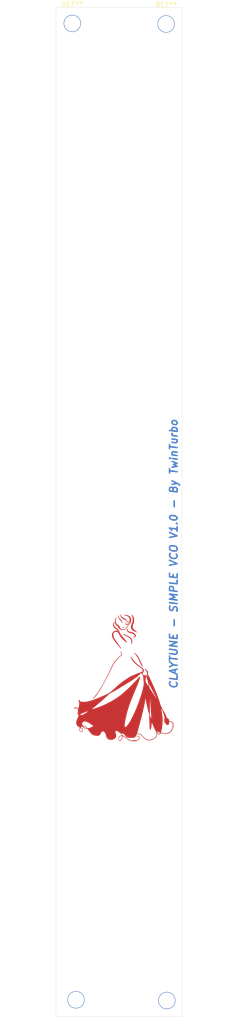
<source format=kicad_pcb>
(kicad_pcb (version 20171130) (host pcbnew "(5.1.5)-3")

  (general
    (thickness 1.6)
    (drawings 9)
    (tracks 0)
    (zones 0)
    (modules 5)
    (nets 2)
  )

  (page A4)
  (layers
    (0 F.Cu signal)
    (31 B.Cu signal)
    (32 B.Adhes user hide)
    (33 F.Adhes user hide)
    (34 B.Paste user hide)
    (35 F.Paste user hide)
    (36 B.SilkS user)
    (37 F.SilkS user)
    (38 B.Mask user)
    (39 F.Mask user)
    (40 Dwgs.User user)
    (41 Cmts.User user hide)
    (42 Eco1.User user hide)
    (43 Eco2.User user hide)
    (44 Edge.Cuts user)
    (45 Margin user hide)
    (46 B.CrtYd user hide)
    (47 F.CrtYd user hide)
    (48 B.Fab user hide)
    (49 F.Fab user)
  )

  (setup
    (last_trace_width 0.25)
    (trace_clearance 0.2)
    (zone_clearance 0.508)
    (zone_45_only no)
    (trace_min 0.2)
    (via_size 0.8)
    (via_drill 0.4)
    (via_min_size 0.4)
    (via_min_drill 0.3)
    (uvia_size 0.3)
    (uvia_drill 0.1)
    (uvias_allowed no)
    (uvia_min_size 0.2)
    (uvia_min_drill 0.1)
    (edge_width 0.05)
    (segment_width 0.2)
    (pcb_text_width 0.3)
    (pcb_text_size 1.5 1.5)
    (mod_edge_width 0.12)
    (mod_text_size 1 1)
    (mod_text_width 0.15)
    (pad_size 11 11)
    (pad_drill 10)
    (pad_to_mask_clearance 0.051)
    (solder_mask_min_width 0.25)
    (aux_axis_origin 0 0)
    (visible_elements 7FFFFFFF)
    (pcbplotparams
      (layerselection 0x010fc_ffffffff)
      (usegerberextensions false)
      (usegerberattributes false)
      (usegerberadvancedattributes false)
      (creategerberjobfile false)
      (excludeedgelayer true)
      (linewidth 0.100000)
      (plotframeref false)
      (viasonmask false)
      (mode 1)
      (useauxorigin false)
      (hpglpennumber 1)
      (hpglpenspeed 20)
      (hpglpendiameter 15.000000)
      (psnegative false)
      (psa4output false)
      (plotreference true)
      (plotvalue true)
      (plotinvisibletext false)
      (padsonsilk false)
      (subtractmaskfromsilk false)
      (outputformat 1)
      (mirror false)
      (drillshape 0)
      (scaleselection 1)
      (outputdirectory "PCB/"))
  )

  (net 0 "")
  (net 1 GND)

  (net_class Default "This is the default net class."
    (clearance 0.2)
    (trace_width 0.25)
    (via_dia 0.8)
    (via_drill 0.4)
    (uvia_dia 0.3)
    (uvia_drill 0.1)
    (add_net GND)
  )

  (module MountingHole:MountingHole_3.2mm_M3_DIN965_Pad (layer F.Cu) (tedit 5EBAD4AC) (tstamp 5EBB1F6C)
    (at 119.5 244.34)
    (descr "Mounting Hole 3.2mm, M3, DIN965")
    (tags "mounting hole 3.2mm m3 din965")
    (attr virtual)
    (fp_text reference REF** (at 0 -3.8) (layer F.Fab) hide
      (effects (font (size 1 1) (thickness 0.15)))
    )
    (fp_text value MountingHole_3.2mm_M3_DIN965_Pad (at 0 3.8) (layer F.Fab)
      (effects (font (size 1 1) (thickness 0.15)))
    )
    (fp_circle (center 0 0) (end 3.05 0) (layer F.CrtYd) (width 0.05))
    (fp_circle (center 0 0) (end 2.8 0) (layer Cmts.User) (width 0.15))
    (fp_text user %R (at 0.3 0) (layer F.Fab)
      (effects (font (size 1 1) (thickness 0.15)))
    )
    (pad 1 thru_hole circle (at 0 0) (size 3.4 3.4) (drill 3.2) (layers *.Cu *.Mask)
      (net 1 GND))
  )

  (module MountingHole:MountingHole_3.2mm_M3_DIN965_Pad (layer F.Cu) (tedit 5EBAD4AC) (tstamp 5EBB2031)
    (at 119.36 50.79)
    (descr "Mounting Hole 3.2mm, M3, DIN965")
    (tags "mounting hole 3.2mm m3 din965")
    (attr virtual)
    (fp_text reference REF** (at 0 -3.8) (layer F.SilkS)
      (effects (font (size 1 1) (thickness 0.15)))
    )
    (fp_text value MountingHole_3.2mm_M3_DIN965_Pad (at 0 3.8) (layer F.Fab)
      (effects (font (size 1 1) (thickness 0.15)))
    )
    (fp_text user %R (at 0.3 0) (layer F.Fab)
      (effects (font (size 1 1) (thickness 0.15)))
    )
    (fp_circle (center 0 0) (end 2.8 0) (layer Cmts.User) (width 0.15))
    (fp_circle (center 0 0) (end 3.05 0) (layer F.CrtYd) (width 0.05))
    (pad 1 thru_hole circle (at 0 0) (size 3.4 3.4) (drill 3.2) (layers *.Cu *.Mask)
      (net 1 GND))
  )

  (module MountingHole:MountingHole_3.2mm_M3_DIN965_Pad (layer F.Cu) (tedit 5EBAD4AC) (tstamp 5EBB200A)
    (at 100.74 50.69)
    (descr "Mounting Hole 3.2mm, M3, DIN965")
    (tags "mounting hole 3.2mm m3 din965")
    (attr virtual)
    (fp_text reference REF** (at 0 -3.8) (layer F.SilkS)
      (effects (font (size 1 1) (thickness 0.15)))
    )
    (fp_text value MountingHole_3.2mm_M3_DIN965_Pad (at 0 3.8) (layer F.Fab)
      (effects (font (size 1 1) (thickness 0.15)))
    )
    (fp_circle (center 0 0) (end 3.05 0) (layer F.CrtYd) (width 0.05))
    (fp_circle (center 0 0) (end 2.8 0) (layer Cmts.User) (width 0.15))
    (fp_text user %R (at 0.3 0) (layer F.Fab)
      (effects (font (size 1 1) (thickness 0.15)))
    )
    (pad 1 thru_hole circle (at 0 0) (size 3.4 3.4) (drill 3.2) (layers *.Cu *.Mask)
      (net 1 GND))
  )

  (module MountingHole:MountingHole_3.2mm_M3_DIN965_Pad (layer F.Cu) (tedit 5EBAD4AC) (tstamp 5EBB1FD2)
    (at 101.48 244.2)
    (descr "Mounting Hole 3.2mm, M3, DIN965")
    (tags "mounting hole 3.2mm m3 din965")
    (attr virtual)
    (fp_text reference REF** (at 0 -3.8) (layer F.Fab) hide
      (effects (font (size 1 1) (thickness 0.15)))
    )
    (fp_text value MountingHole_3.2mm_M3_DIN965_Pad (at 0 3.8) (layer F.Fab)
      (effects (font (size 1 1) (thickness 0.15)))
    )
    (fp_text user %R (at 0.3 0) (layer F.Fab)
      (effects (font (size 1 1) (thickness 0.15)))
    )
    (fp_circle (center 0 0) (end 2.8 0) (layer Cmts.User) (width 0.15))
    (fp_circle (center 0 0) (end 3.05 0) (layer F.CrtYd) (width 0.05))
    (pad 1 thru_hole circle (at 0 0) (size 3.4 3.4) (drill 3.2) (layers *.Cu *.Mask)
      (net 1 GND))
  )

  (module ROBSLIBRARY:GFX1FC (layer F.Cu) (tedit 0) (tstamp 5EBB149D)
    (at 110.998 179.832)
    (fp_text reference G*** (at 0 0) (layer F.SilkS) hide
      (effects (font (size 1.524 1.524) (thickness 0.3)))
    )
    (fp_text value LOGO (at 0.75 0) (layer F.SilkS) hide
      (effects (font (size 1.524 1.524) (thickness 0.3)))
    )
    (fp_poly (pts (xy 1.411526 -3.663938) (xy 1.446125 -3.60742) (xy 1.489177 -3.527163) (xy 1.5001 -3.505457)
      (xy 1.565995 -3.388445) (xy 1.657432 -3.247325) (xy 1.765098 -3.095015) (xy 1.879674 -2.944429)
      (xy 1.991847 -2.808484) (xy 2.047919 -2.745946) (xy 2.124257 -2.662446) (xy 2.202454 -2.574599)
      (xy 2.240437 -2.530798) (xy 2.322617 -2.441352) (xy 2.429521 -2.334476) (xy 2.54618 -2.224528)
      (xy 2.657629 -2.125866) (xy 2.695095 -2.094649) (xy 2.751527 -2.048089) (xy 2.78974 -2.015494)
      (xy 2.796796 -2.00896) (xy 2.83933 -1.971166) (xy 2.913167 -1.911633) (xy 3.008148 -1.838061)
      (xy 3.114111 -1.758147) (xy 3.220899 -1.679593) (xy 3.318349 -1.610096) (xy 3.368869 -1.57544)
      (xy 3.555944 -1.444727) (xy 3.700762 -1.330494) (xy 3.807182 -1.227803) (xy 3.879065 -1.131716)
      (xy 3.920273 -1.037295) (xy 3.934667 -0.939599) (xy 3.929772 -0.858013) (xy 3.909399 -0.77354)
      (xy 3.871748 -0.669736) (xy 3.824578 -0.564115) (xy 3.775645 -0.474195) (xy 3.736138 -0.42079)
      (xy 3.713857 -0.366651) (xy 3.721587 -0.295504) (xy 3.749441 -0.240044) (xy 3.77925 -0.175397)
      (xy 3.787579 -0.124711) (xy 3.810335 -0.046348) (xy 3.873661 0.004616) (xy 3.973496 0.02515)
      (xy 3.9887 0.025426) (xy 4.078548 0.035415) (xy 4.161838 0.060021) (xy 4.173954 0.065728)
      (xy 4.238353 0.090131) (xy 4.277185 0.08059) (xy 4.279478 0.07844) (xy 4.326165 0.054512)
      (xy 4.383558 0.050683) (xy 4.431369 0.065179) (xy 4.449449 0.093318) (xy 4.459634 0.138965)
      (xy 4.485972 0.209842) (xy 4.522139 0.292597) (xy 4.56181 0.373878) (xy 4.59866 0.440332)
      (xy 4.626365 0.478609) (xy 4.634077 0.483084) (xy 4.646709 0.461273) (xy 4.642425 0.405365)
      (xy 4.641439 0.400451) (xy 4.628201 0.326377) (xy 4.613682 0.230023) (xy 4.606772 0.177978)
      (xy 4.594573 0.097874) (xy 4.579563 0.056933) (xy 4.555291 0.043598) (xy 4.532082 0.044195)
      (xy 4.487453 0.032551) (xy 4.473059 -0.001002) (xy 4.497357 -0.036313) (xy 4.4981 -0.036778)
      (xy 4.522206 -0.066669) (xy 4.556786 -0.12604) (xy 4.574326 -0.160617) (xy 4.602629 -0.222335)
      (xy 4.614179 -0.268409) (xy 4.609299 -0.318193) (xy 4.58831 -0.391039) (xy 4.578661 -0.421087)
      (xy 4.549565 -0.515097) (xy 4.52513 -0.600567) (xy 4.513848 -0.645242) (xy 4.488813 -0.699361)
      (xy 4.437881 -0.773807) (xy 4.371562 -0.853403) (xy 4.364212 -0.861358) (xy 4.248108 -0.988545)
      (xy 4.166447 -1.084995) (xy 4.116318 -1.154471) (xy 4.094808 -1.200739) (xy 4.093493 -1.211371)
      (xy 4.109506 -1.237893) (xy 4.154466 -1.228563) (xy 4.223752 -1.185729) (xy 4.312745 -1.111737)
      (xy 4.340328 -1.085982) (xy 4.419006 -1.014601) (xy 4.495069 -0.951711) (xy 4.549887 -0.912366)
      (xy 4.610573 -0.857584) (xy 4.661104 -0.782897) (xy 4.667141 -0.769898) (xy 4.714637 -0.64057)
      (xy 4.750295 -0.50756) (xy 4.772573 -0.381678) (xy 4.77993 -0.273735) (xy 4.770825 -0.194541)
      (xy 4.75381 -0.161978) (xy 4.743151 -0.127704) (xy 4.762068 -0.070487) (xy 4.812862 0.015303)
      (xy 4.846162 0.063922) (xy 4.873665 0.110244) (xy 4.918856 0.194672) (xy 4.977803 0.309287)
      (xy 5.046573 0.446172) (xy 5.121232 0.597406) (xy 5.197847 0.755071) (xy 5.272485 0.911248)
      (xy 5.341212 1.05802) (xy 5.357458 1.093294) (xy 5.402307 1.190469) (xy 5.456599 1.307284)
      (xy 5.505144 1.411112) (xy 5.551721 1.51131) (xy 5.59502 1.606087) (xy 5.626007 1.675665)
      (xy 5.62705 1.678079) (xy 5.656956 1.7462) (xy 5.69906 1.840601) (xy 5.744447 1.9413)
      (xy 5.746146 1.945045) (xy 5.791573 2.045603) (xy 5.834195 2.140631) (xy 5.865046 2.210136)
      (xy 5.865869 2.212012) (xy 5.898852 2.286227) (xy 5.94147 2.380787) (xy 5.968796 2.440841)
      (xy 6.041927 2.60427) (xy 6.100007 2.742502) (xy 6.121561 2.796797) (xy 6.145193 2.853444)
      (xy 6.181579 2.936548) (xy 6.215946 3.012913) (xy 6.25535 3.100278) (xy 6.288366 3.175185)
      (xy 6.305752 3.216317) (xy 6.324793 3.264464) (xy 6.355957 3.343553) (xy 6.392783 3.437193)
      (xy 6.395908 3.445146) (xy 6.44081 3.556527) (xy 6.488734 3.670922) (xy 6.525508 3.755033)
      (xy 6.558432 3.83379) (xy 6.580106 3.897108) (xy 6.585185 3.922748) (xy 6.596798 3.972057)
      (xy 6.62754 4.050444) (xy 6.671266 4.142865) (xy 6.688522 4.175782) (xy 6.709291 4.239856)
      (xy 6.712312 4.269626) (xy 6.72391 4.318443) (xy 6.737737 4.335035) (xy 6.759403 4.371043)
      (xy 6.763163 4.398039) (xy 6.774252 4.451958) (xy 6.801372 4.521345) (xy 6.805603 4.530022)
      (xy 6.849412 4.618461) (xy 6.874849 4.673872) (xy 6.886814 4.70844) (xy 6.890207 4.734351)
      (xy 6.89029 4.740635) (xy 6.899854 4.78857) (xy 6.923164 4.855035) (xy 6.925984 4.86175)
      (xy 6.955681 4.940925) (xy 6.985499 5.034839) (xy 6.992446 5.05966) (xy 7.015417 5.140827)
      (xy 7.036439 5.208317) (xy 7.042267 5.224925) (xy 7.090495 5.363459) (xy 7.125086 5.483205)
      (xy 7.142923 5.572798) (xy 7.14467 5.59845) (xy 7.153112 5.654757) (xy 7.16997 5.682583)
      (xy 7.188266 5.716943) (xy 7.195395 5.773298) (xy 7.206893 5.819334) (xy 7.239854 5.905109)
      (xy 7.291974 6.025405) (xy 7.360954 6.175006) (xy 7.44449 6.348692) (xy 7.489147 6.439215)
      (xy 7.581869 6.625575) (xy 7.655304 6.772599) (xy 7.712716 6.886529) (xy 7.757371 6.973605)
      (xy 7.792532 7.040068) (xy 7.821464 7.092159) (xy 7.847432 7.13612) (xy 7.8737 7.17819)
      (xy 7.884637 7.195287) (xy 7.918277 7.250852) (xy 7.965275 7.332337) (xy 8.009585 7.411512)
      (xy 8.064982 7.511935) (xy 8.121586 7.614358) (xy 8.157094 7.678479) (xy 8.194852 7.746964)
      (xy 8.223205 7.800386) (xy 8.250145 7.854784) (xy 8.283664 7.926196) (xy 8.321809 8.009009)
      (xy 8.363332 8.105745) (xy 8.400154 8.202204) (xy 8.416122 8.250551) (xy 8.459595 8.379759)
      (xy 8.503406 8.466857) (xy 8.553365 8.520294) (xy 8.615282 8.548514) (xy 8.62228 8.550257)
      (xy 8.722872 8.59777) (xy 8.813923 8.684104) (xy 8.887389 8.797249) (xy 8.935231 8.925197)
      (xy 8.949749 9.039254) (xy 8.949749 9.127728) (xy 9.116478 9.127728) (xy 9.276849 9.145939)
      (xy 9.423563 9.203549) (xy 9.566612 9.305024) (xy 9.617603 9.351672) (xy 9.697197 9.437208)
      (xy 9.752689 9.522501) (xy 9.78803 9.619431) (xy 9.807172 9.739874) (xy 9.814066 9.895708)
      (xy 9.81434 9.943013) (xy 9.811049 10.105137) (xy 9.798839 10.235589) (xy 9.774435 10.353234)
      (xy 9.734569 10.476937) (xy 9.711013 10.538839) (xy 9.690639 10.592636) (xy 9.661851 10.670815)
      (xy 9.647469 10.710461) (xy 9.618615 10.779455) (xy 9.59271 10.823172) (xy 9.581931 10.831232)
      (xy 9.56407 10.852557) (xy 9.55996 10.882083) (xy 9.551007 10.923423) (xy 9.538615 10.932933)
      (xy 9.513593 10.953451) (xy 9.488331 10.996451) (xy 9.432325 11.084756) (xy 9.344546 11.18303)
      (xy 9.23486 11.283815) (xy 9.113132 11.379657) (xy 8.989227 11.463099) (xy 8.87301 11.526686)
      (xy 8.774347 11.562961) (xy 8.731347 11.568569) (xy 8.679929 11.577229) (xy 8.659323 11.590814)
      (xy 8.629392 11.604771) (xy 8.561915 11.622288) (xy 8.46975 11.64019) (xy 8.439113 11.645176)
      (xy 8.354602 11.656943) (xy 8.276496 11.663675) (xy 8.193907 11.665152) (xy 8.095949 11.66115)
      (xy 7.971737 11.651448) (xy 7.810383 11.635824) (xy 7.767931 11.631478) (xy 7.705563 11.621935)
      (xy 7.624392 11.603152) (xy 7.513658 11.572423) (xy 7.409706 11.541421) (xy 7.329271 11.521229)
      (xy 7.286251 11.523139) (xy 7.271894 11.547935) (xy 7.271671 11.553796) (xy 7.252281 11.624572)
      (xy 7.204429 11.696055) (xy 7.143595 11.748097) (xy 7.112762 11.760618) (xy 7.026572 11.770117)
      (xy 6.944008 11.755792) (xy 6.856276 11.713471) (xy 6.75458 11.638985) (xy 6.637979 11.535527)
      (xy 6.57727 11.48041) (xy 6.546159 11.458307) (xy 6.538245 11.466312) (xy 6.544518 11.493113)
      (xy 6.580719 11.694965) (xy 6.566542 11.893385) (xy 6.50242 12.086948) (xy 6.388786 12.27423)
      (xy 6.263524 12.417572) (xy 6.086945 12.570338) (xy 5.890423 12.699426) (xy 5.689449 12.795358)
      (xy 5.593593 12.827515) (xy 5.488425 12.858056) (xy 5.380387 12.890541) (xy 5.335927 12.904345)
      (xy 5.196199 12.932182) (xy 5.028697 12.940706) (xy 4.850465 12.931241) (xy 4.678546 12.905108)
      (xy 4.529984 12.86363) (xy 4.468863 12.837077) (xy 4.41837 12.817792) (xy 4.39759 12.814415)
      (xy 4.362228 12.799048) (xy 4.297909 12.757793) (xy 4.214233 12.697921) (xy 4.120796 12.626703)
      (xy 4.027196 12.551409) (xy 3.943029 12.47931) (xy 3.89009 12.429955) (xy 3.821131 12.359275)
      (xy 3.733628 12.265873) (xy 3.642261 12.165524) (xy 3.604172 12.12273) (xy 3.453457 11.97218)
      (xy 3.294804 11.850164) (xy 3.138736 11.764196) (xy 3.063763 11.736724) (xy 3.002208 11.7247)
      (xy 2.908039 11.713203) (xy 2.799466 11.704365) (xy 2.776277 11.703033) (xy 2.649391 11.700305)
      (xy 2.564992 11.709841) (xy 2.515619 11.734354) (xy 2.493812 11.77656) (xy 2.490883 11.806867)
      (xy 2.475005 11.870522) (xy 2.452745 11.910315) (xy 2.423102 11.966073) (xy 2.415415 12.00172)
      (xy 2.397724 12.049546) (xy 2.364564 12.08979) (xy 2.326463 12.134243) (xy 2.313713 12.16518)
      (xy 2.29456 12.20666) (xy 2.245886 12.263274) (xy 2.180869 12.322542) (xy 2.11269 12.371985)
      (xy 2.073398 12.392745) (xy 1.996416 12.412651) (xy 1.87874 12.427802) (xy 1.730304 12.438187)
      (xy 1.561043 12.443792) (xy 1.380892 12.444608) (xy 1.199784 12.440622) (xy 1.027656 12.431821)
      (xy 0.874441 12.418194) (xy 0.750074 12.39973) (xy 0.724624 12.39435) (xy 0.545643 12.328129)
      (xy 0.390689 12.21838) (xy 0.263733 12.068302) (xy 0.21391 11.982886) (xy 0.146019 11.874396)
      (xy 0.135534 11.861926) (xy 2.223257 11.861926) (xy 2.243584 11.873541) (xy 2.249255 11.873674)
      (xy 2.281303 11.852428) (xy 2.288288 11.822823) (xy 2.283317 11.781441) (xy 2.27647 11.771972)
      (xy 2.256772 11.791436) (xy 2.237437 11.822823) (xy 2.223257 11.861926) (xy 0.135534 11.861926)
      (xy 0.06241 11.774967) (xy -0.022722 11.700568) (xy -0.05415 11.681328) (xy -0.158188 11.633957)
      (xy -0.200301 11.61942) (xy 2.591089 11.61942) (xy 2.808482 11.61942) (xy 2.929713 11.622325)
      (xy 3.019246 11.633339) (xy 3.096021 11.655909) (xy 3.157636 11.682983) (xy 3.232611 11.717554)
      (xy 3.28903 11.740639) (xy 3.30987 11.746547) (xy 3.34549 11.761695) (xy 3.406026 11.808197)
      (xy 3.493157 11.887637) (xy 3.608564 12.0016) (xy 3.753924 12.151671) (xy 3.877377 12.282228)
      (xy 4.029225 12.432031) (xy 4.183088 12.561823) (xy 4.331943 12.666909) (xy 4.468765 12.742593)
      (xy 4.586532 12.784181) (xy 4.638093 12.790776) (xy 4.712513 12.799238) (xy 4.767267 12.814415)
      (xy 4.833396 12.828835) (xy 4.935722 12.834952) (xy 5.060308 12.832977) (xy 5.193219 12.823124)
      (xy 5.318185 12.806016) (xy 5.406723 12.788273) (xy 5.474633 12.770631) (xy 5.506757 12.757174)
      (xy 5.546706 12.740191) (xy 5.567575 12.738139) (xy 5.60891 12.727409) (xy 5.681674 12.698905)
      (xy 5.772099 12.658157) (xy 5.798523 12.645397) (xy 5.958098 12.550559) (xy 6.112873 12.428639)
      (xy 6.250363 12.291412) (xy 6.358081 12.150654) (xy 6.398299 12.079737) (xy 6.42949 12.01141)
      (xy 6.449634 11.95016) (xy 6.46104 11.881738) (xy 6.46602 11.791894) (xy 6.466883 11.666378)
      (xy 6.466853 11.656905) (xy 6.465381 11.529894) (xy 6.460452 11.440212) (xy 6.449706 11.374348)
      (xy 6.430781 11.318792) (xy 6.401316 11.260033) (xy 6.395737 11.249921) (xy 6.353788 11.175959)
      (xy 6.333493 11.141867) (xy 6.498573 11.141867) (xy 6.510206 11.176656) (xy 6.542334 11.230796)
      (xy 6.590501 11.298091) (xy 6.65025 11.372349) (xy 6.717123 11.447374) (xy 6.786664 11.516973)
      (xy 6.854416 11.574952) (xy 6.859481 11.578794) (xy 6.967506 11.645655) (xy 7.054338 11.667345)
      (xy 7.121789 11.644044) (xy 7.154333 11.607602) (xy 7.186634 11.539237) (xy 7.193362 11.480718)
      (xy 7.174302 11.445796) (xy 7.156912 11.441442) (xy 7.102038 11.429799) (xy 7.074279 11.417806)
      (xy 7.032633 11.396642) (xy 6.986322 11.373733) (xy 7.337844 11.373733) (xy 7.366506 11.42326)
      (xy 7.43341 11.441436) (xy 7.434965 11.441442) (xy 7.4905 11.451155) (xy 7.514484 11.464263)
      (xy 7.553626 11.481906) (xy 7.620715 11.497271) (xy 7.64034 11.500146) (xy 7.733838 11.515849)
      (xy 7.824507 11.536486) (xy 7.831031 11.538286) (xy 7.951762 11.558928) (xy 8.103177 11.565191)
      (xy 8.267351 11.557631) (xy 8.426358 11.536802) (xy 8.515904 11.517092) (xy 8.625278 11.484881)
      (xy 8.730741 11.44864) (xy 8.809575 11.416178) (xy 8.809967 11.415989) (xy 8.878419 11.385346)
      (xy 8.928807 11.367248) (xy 8.94027 11.365166) (xy 8.976241 11.349339) (xy 9.015528 11.318638)
      (xy 9.074182 11.270167) (xy 9.136278 11.225715) (xy 9.201729 11.168248) (xy 9.278613 11.07831)
      (xy 9.36031 10.966508) (xy 9.440204 10.843452) (xy 9.511677 10.71975) (xy 9.568112 10.606011)
      (xy 9.602892 10.512841) (xy 9.610811 10.464989) (xy 9.6221 10.411587) (xy 9.646183 10.353242)
      (xy 9.661461 10.297389) (xy 9.673414 10.203961) (xy 9.681722 10.08615) (xy 9.68606 9.957142)
      (xy 9.686107 9.830128) (xy 9.68154 9.718296) (xy 9.672037 9.634835) (xy 9.664465 9.605474)
      (xy 9.597219 9.492123) (xy 9.490458 9.387428) (xy 9.355516 9.299522) (xy 9.203725 9.236536)
      (xy 9.122192 9.216386) (xy 9.047317 9.212445) (xy 8.995371 9.23861) (xy 8.98898 9.244683)
      (xy 8.958797 9.280418) (xy 8.966837 9.304862) (xy 8.991424 9.324523) (xy 9.023774 9.353008)
      (xy 9.014713 9.372245) (xy 8.994244 9.384714) (xy 8.957733 9.428759) (xy 8.949749 9.46421)
      (xy 8.943023 9.517626) (xy 8.925639 9.599295) (xy 8.907976 9.667364) (xy 8.861304 9.789446)
      (xy 8.798817 9.867466) (xy 8.713834 9.907388) (xy 8.629387 9.915916) (xy 8.512617 9.89126)
      (xy 8.408124 9.817965) (xy 8.317191 9.697038) (xy 8.292474 9.651077) (xy 8.232531 9.558609)
      (xy 8.154561 9.497689) (xy 8.127881 9.484112) (xy 8.028297 9.424593) (xy 7.965661 9.351455)
      (xy 7.933203 9.252954) (xy 7.924178 9.130759) (xy 7.924842 9.108368) (xy 8.017678 9.108368)
      (xy 8.039344 9.223345) (xy 8.086809 9.307846) (xy 8.136587 9.365753) (xy 8.169376 9.379161)
      (xy 8.181818 9.348388) (xy 8.17635 9.29935) (xy 8.162935 9.227437) (xy 8.146032 9.131126)
      (xy 8.135066 9.066023) (xy 8.119963 8.98399) (xy 8.106089 8.924483) (xy 8.098071 8.90321)
      (xy 8.082025 8.916395) (xy 8.056107 8.96391) (xy 8.045221 8.988576) (xy 8.017678 9.108368)
      (xy 7.924842 9.108368) (xy 7.927223 9.028201) (xy 7.941906 8.953597) (xy 7.973973 8.884394)
      (xy 7.996218 8.848048) (xy 8.039614 8.771151) (xy 8.060344 8.701466) (xy 8.064743 8.613982)
      (xy 8.063845 8.581082) (xy 8.05698 8.483475) (xy 8.045261 8.39485) (xy 8.036016 8.352253)
      (xy 8.019424 8.289678) (xy 7.996689 8.196745) (xy 7.972529 8.092777) (xy 7.970839 8.085286)
      (xy 7.94289 7.970798) (xy 7.908059 7.84219) (xy 7.870195 7.71225) (xy 7.83315 7.593768)
      (xy 7.800777 7.499535) (xy 7.777608 7.443639) (xy 7.757899 7.386927) (xy 7.754754 7.361869)
      (xy 7.745103 7.315569) (xy 7.72112 7.247284) (xy 7.713092 7.22804) (xy 7.681316 7.153145)
      (xy 7.655743 7.090346) (xy 7.652121 7.080981) (xy 7.617884 7.000491) (xy 7.567718 6.894278)
      (xy 7.510497 6.781012) (xy 7.501111 6.763164) (xy 7.464703 6.691331) (xy 7.436431 6.630455)
      (xy 7.433459 6.623324) (xy 7.420294 6.603858) (xy 7.411174 6.626581) (xy 7.404491 6.692378)
      (xy 7.404925 6.775536) (xy 7.415893 6.844159) (xy 7.422866 6.862328) (xy 7.440188 6.919783)
      (xy 7.449259 6.99883) (xy 7.449649 7.017418) (xy 7.456437 7.098212) (xy 7.473226 7.165067)
      (xy 7.477905 7.175259) (xy 7.49411 7.224927) (xy 7.511579 7.308945) (xy 7.527045 7.411015)
      (xy 7.529845 7.434198) (xy 7.552227 7.628654) (xy 7.57001 7.782104) (xy 7.584334 7.904069)
      (xy 7.59634 8.004067) (xy 7.607168 8.091619) (xy 7.617958 8.176246) (xy 7.627633 8.250551)
      (xy 7.641296 8.386004) (xy 7.651508 8.551652) (xy 7.65838 8.739578) (xy 7.662019 8.941862)
      (xy 7.662535 9.150588) (xy 7.660036 9.357837) (xy 7.654631 9.555692) (xy 7.646429 9.736234)
      (xy 7.635538 9.891547) (xy 7.622067 10.013711) (xy 7.606125 10.09481) (xy 7.602137 10.106777)
      (xy 7.585055 10.177871) (xy 7.576893 10.263292) (xy 7.576776 10.273163) (xy 7.574775 10.330749)
      (xy 7.567409 10.393905) (xy 7.552638 10.47395) (xy 7.52842 10.582207) (xy 7.499067 10.704105)
      (xy 7.47576 10.802074) (xy 7.453293 10.900747) (xy 7.449027 10.920221) (xy 7.417792 11.061071)
      (xy 7.39322 11.162897) (xy 7.372467 11.236632) (xy 7.352688 11.293205) (xy 7.350654 11.298338)
      (xy 7.337844 11.373733) (xy 6.986322 11.373733) (xy 6.958068 11.359757) (xy 6.863474 11.313503)
      (xy 6.814014 11.289489) (xy 6.714338 11.24031) (xy 6.6286 11.196373) (xy 6.569679 11.164351)
      (xy 6.554623 11.155115) (xy 6.511893 11.132622) (xy 6.498573 11.141867) (xy 6.333493 11.141867)
      (xy 6.319963 11.119139) (xy 6.306213 11.098199) (xy 6.273134 11.046717) (xy 6.22375 10.959864)
      (xy 6.163548 10.848212) (xy 6.098016 10.722335) (xy 6.032643 10.592803) (xy 5.972916 10.470191)
      (xy 5.924323 10.365072) (xy 5.916889 10.348149) (xy 5.883151 10.270975) (xy 5.84157 10.176466)
      (xy 5.821936 10.132032) (xy 5.781696 10.039834) (xy 5.743591 9.950449) (xy 5.729243 9.915916)
      (xy 5.698367 9.844387) (xy 5.671126 9.787422) (xy 5.668638 9.782778) (xy 5.647553 9.718901)
      (xy 5.644444 9.688933) (xy 5.633783 9.640757) (xy 5.620975 9.624733) (xy 5.59927 9.591621)
      (xy 5.580768 9.534022) (xy 5.563117 9.479118) (xy 5.54589 9.473344) (xy 5.529932 9.514982)
      (xy 5.51609 9.602313) (xy 5.508822 9.680193) (xy 5.493676 9.849168) (xy 5.474399 10.019847)
      (xy 5.452425 10.182925) (xy 5.429188 10.329094) (xy 5.406123 10.449047) (xy 5.384664 10.533479)
      (xy 5.372603 10.564265) (xy 5.327526 10.659472) (xy 5.28637 10.764366) (xy 5.278879 10.786737)
      (xy 5.246503 10.824718) (xy 5.200547 10.82636) (xy 5.171356 10.801409) (xy 5.147724 10.749424)
      (xy 5.126924 10.672749) (xy 5.108741 10.568373) (xy 5.092961 10.433287) (xy 5.07937 10.264478)
      (xy 5.067753 10.058937) (xy 5.057897 9.813653) (xy 5.049586 9.525617) (xy 5.042606 9.191816)
      (xy 5.038474 8.934548) (xy 5.033397 8.619832) (xy 5.027968 8.354696) (xy 5.02214 8.13787)
      (xy 5.015863 7.968086) (xy 5.009091 7.844073) (xy 5.001776 7.764561) (xy 4.993869 7.728281)
      (xy 4.992934 7.726841) (xy 4.967616 7.676397) (xy 4.950532 7.614915) (xy 4.933058 7.535149)
      (xy 4.912325 7.457417) (xy 5.129841 7.457417) (xy 5.130201 7.598608) (xy 5.131729 7.713691)
      (xy 5.134484 7.8062) (xy 5.138521 7.879667) (xy 5.143897 7.937628) (xy 5.150669 7.983616)
      (xy 5.158894 8.021165) (xy 5.168628 8.053808) (xy 5.179927 8.08508) (xy 5.184899 8.097998)
      (xy 5.239667 8.247172) (xy 5.272878 8.357096) (xy 5.281614 8.397058) (xy 5.298292 8.453257)
      (xy 5.316845 8.481192) (xy 5.334442 8.514795) (xy 5.339339 8.555077) (xy 5.347193 8.626663)
      (xy 5.366794 8.678963) (xy 5.38819 8.695496) (xy 5.39294 8.671266) (xy 5.396408 8.603333)
      (xy 5.398488 8.49883) (xy 5.399076 8.364892) (xy 5.398063 8.208651) (xy 5.396806 8.117067)
      (xy 5.39301 7.942517) (xy 5.38763 7.777855) (xy 5.381111 7.632368) (xy 5.373895 7.515344)
      (xy 5.366425 7.43607) (xy 5.363388 7.416617) (xy 5.353766 7.341865) (xy 5.345949 7.231842)
      (xy 5.340809 7.102119) (xy 5.339192 6.984385) (xy 5.336852 6.845956) (xy 5.330626 6.709431)
      (xy 5.321511 6.592096) (xy 5.31246 6.521622) (xy 5.30299 6.44854) (xy 5.292366 6.335384)
      (xy 5.281406 6.192891) (xy 5.270931 6.031799) (xy 5.261761 5.862847) (xy 5.261038 5.847848)
      (xy 5.248359 5.583523) (xy 5.23766 5.365483) (xy 5.228636 5.189212) (xy 5.220981 5.050195)
      (xy 5.214392 4.943917) (xy 5.208562 4.865862) (xy 5.203186 4.811517) (xy 5.19796 4.776365)
      (xy 5.192579 4.755891) (xy 5.186737 4.745581) (xy 5.186552 4.745381) (xy 5.181938 4.76535)
      (xy 5.176946 4.831213) (xy 5.171742 4.938019) (xy 5.166493 5.080816) (xy 5.161363 5.25465)
      (xy 5.15652 5.45457) (xy 5.152129 5.675622) (xy 5.149057 5.8641) (xy 5.143593 6.236151)
      (xy 5.138958 6.560892) (xy 5.135209 6.841854) (xy 5.132402 7.082574) (xy 5.130593 7.286583)
      (xy 5.129841 7.457417) (xy 4.912325 7.457417) (xy 4.91036 7.45005) (xy 4.910241 7.44965)
      (xy 4.887406 7.373039) (xy 4.858341 7.275707) (xy 4.841931 7.220821) (xy 4.813788 7.120991)
      (xy 4.788671 7.022356) (xy 4.778944 6.97928) (xy 4.760102 6.896803) (xy 4.734212 6.793204)
      (xy 4.716128 6.725025) (xy 4.689543 6.626075) (xy 4.665099 6.532425) (xy 4.652796 6.483484)
      (xy 4.608715 6.301284) (xy 4.574591 6.156702) (xy 4.547926 6.038054) (xy 4.526223 5.933655)
      (xy 4.506985 5.831821) (xy 4.487715 5.720867) (xy 4.480234 5.676114) (xy 4.463471 5.596092)
      (xy 4.44431 5.53365) (xy 4.436501 5.517205) (xy 4.419635 5.471624) (xy 4.401839 5.395603)
      (xy 4.39214 5.33934) (xy 4.364632 5.158685) (xy 4.340871 5.015631) (xy 4.318555 4.89729)
      (xy 4.295378 4.790775) (xy 4.289844 4.767268) (xy 4.269381 4.691832) (xy 4.25292 4.659335)
      (xy 4.238996 4.671638) (xy 4.226141 4.730605) (xy 4.212889 4.838096) (xy 4.209721 4.868969)
      (xy 4.194681 5.000783) (xy 4.174273 5.154359) (xy 4.150518 5.316713) (xy 4.125443 5.474862)
      (xy 4.101068 5.615821) (xy 4.079419 5.726606) (xy 4.06914 5.771021) (xy 4.0514 5.846825)
      (xy 4.030258 5.946118) (xy 4.016935 6.013114) (xy 3.985086 6.17393) (xy 3.953042 6.326742)
      (xy 3.923398 6.459744) (xy 3.898746 6.561128) (xy 3.888084 6.599703) (xy 3.870775 6.680314)
      (xy 3.864664 6.747571) (xy 3.854619 6.820378) (xy 3.837439 6.868228) (xy 3.816993 6.92246)
      (xy 3.795379 7.003656) (xy 3.785483 7.05089) (xy 3.766545 7.151587) (xy 3.747697 7.251459)
      (xy 3.741286 7.285315) (xy 3.72441 7.358074) (xy 3.706715 7.411079) (xy 3.70271 7.418867)
      (xy 3.687383 7.460273) (xy 3.669042 7.532435) (xy 3.658613 7.583202) (xy 3.623873 7.759297)
      (xy 3.589257 7.912127) (xy 3.548595 8.068888) (xy 3.54759 8.072573) (xy 3.500574 8.248243)
      (xy 3.464579 8.391406) (xy 3.43665 8.513121) (xy 3.418639 8.583254) (xy 3.4011 8.632829)
      (xy 3.398061 8.638549) (xy 3.382787 8.678682) (xy 3.363719 8.748675) (xy 3.354462 8.789142)
      (xy 3.318676 8.946391) (xy 3.279382 9.095857) (xy 3.240391 9.22943) (xy 3.21209 9.329229)
      (xy 3.186842 9.427842) (xy 3.177058 9.470971) (xy 3.156814 9.555671) (xy 3.128833 9.65844)
      (xy 3.112813 9.712513) (xy 3.085913 9.810248) (xy 3.064738 9.905328) (xy 3.057741 9.947857)
      (xy 3.044379 10.013425) (xy 3.026706 10.05397) (xy 3.02294 10.057416) (xy 3.005701 10.090774)
      (xy 2.999299 10.139889) (xy 2.98552 10.215263) (xy 2.962062 10.271872) (xy 2.934999 10.345116)
      (xy 2.924825 10.416568) (xy 2.916946 10.477644) (xy 2.899163 10.512976) (xy 2.898498 10.513414)
      (xy 2.880505 10.547511) (xy 2.872204 10.608135) (xy 2.872172 10.61026) (xy 2.859678 10.690727)
      (xy 2.834935 10.754955) (xy 2.806739 10.828353) (xy 2.797697 10.886938) (xy 2.78848 10.943276)
      (xy 2.771371 10.971071) (xy 2.754054 11.004942) (xy 2.746016 11.06633) (xy 2.745946 11.072773)
      (xy 2.739896 11.134979) (xy 2.725155 11.171351) (xy 2.723403 11.172694) (xy 2.704482 11.204728)
      (xy 2.686242 11.266302) (xy 2.682989 11.282252) (xy 2.666383 11.351218) (xy 2.648368 11.398574)
      (xy 2.645284 11.403304) (xy 2.628006 11.443596) (xy 2.610926 11.510194) (xy 2.608269 11.524074)
      (xy 2.591089 11.61942) (xy -0.200301 11.61942) (xy -0.259316 11.599049) (xy -0.34981 11.577514)
      (xy -0.421947 11.570262) (xy -0.468004 11.578204) (xy -0.480258 11.602249) (xy -0.460798 11.633404)
      (xy -0.429329 11.677719) (xy -0.389478 11.746621) (xy -0.349801 11.823464) (xy -0.318855 11.891603)
      (xy -0.305195 11.934393) (xy -0.305105 11.936278) (xy -0.283963 11.968989) (xy -0.23278 12.006379)
      (xy -0.169919 12.037547) (xy -0.113744 12.051592) (xy -0.110755 12.051652) (xy -0.076016 12.065924)
      (xy -0.009714 12.104575) (xy 0.079118 12.161357) (xy 0.181449 12.230022) (xy 0.288246 12.304324)
      (xy 0.390479 12.378014) (xy 0.479115 12.444845) (xy 0.545123 12.498569) (xy 0.572072 12.523991)
      (xy 0.605321 12.552429) (xy 0.663381 12.596163) (xy 0.732978 12.645893) (xy 0.800838 12.69232)
      (xy 0.853688 12.726144) (xy 0.877741 12.738139) (xy 0.905197 12.750553) (xy 0.959767 12.782022)
      (xy 0.991591 12.801702) (xy 1.063396 12.840318) (xy 1.125901 12.86287) (xy 1.143639 12.865266)
      (xy 1.185228 12.875819) (xy 1.194995 12.890691) (xy 1.216661 12.910129) (xy 1.255652 12.916117)
      (xy 1.322355 12.927985) (xy 1.389135 12.954098) (xy 1.47033 12.982541) (xy 1.554806 12.991171)
      (xy 1.62279 12.979099) (xy 1.643897 12.965553) (xy 1.678831 12.955315) (xy 1.758502 12.945966)
      (xy 1.876799 12.937964) (xy 2.027608 12.931769) (xy 2.127987 12.929176) (xy 2.294758 12.925158)
      (xy 2.419021 12.920429) (xy 2.509116 12.914039) (xy 2.573386 12.905039) (xy 2.620171 12.892478)
      (xy 2.657815 12.875408) (xy 2.671948 12.867246) (xy 2.737819 12.828867) (xy 2.78986 12.800934)
      (xy 2.796796 12.797645) (xy 2.871431 12.742845) (xy 2.935209 12.660191) (xy 2.973654 12.570465)
      (xy 2.978729 12.536512) (xy 2.979129 12.418161) (xy 2.967095 12.340973) (xy 2.9413 12.296489)
      (xy 2.941048 12.296255) (xy 2.867484 12.243717) (xy 2.77909 12.201253) (xy 2.699415 12.179659)
      (xy 2.684815 12.178779) (xy 2.635874 12.170874) (xy 2.618819 12.154889) (xy 2.596425 12.137151)
      (xy 2.541332 12.124384) (xy 2.529298 12.123107) (xy 2.467545 12.109646) (xy 2.442512 12.08961)
      (xy 2.457322 12.072606) (xy 2.511396 12.068024) (xy 2.588367 12.077832) (xy 2.677324 12.097165)
      (xy 2.7603 12.121185) (xy 2.819331 12.145052) (xy 2.833663 12.154812) (xy 2.879351 12.177255)
      (xy 2.897227 12.179625) (xy 2.949309 12.197627) (xy 3.004472 12.238747) (xy 3.043449 12.286498)
      (xy 3.051051 12.311253) (xy 3.067735 12.360129) (xy 3.079384 12.37492) (xy 3.089732 12.414942)
      (xy 3.084538 12.484805) (xy 3.067533 12.567293) (xy 3.042452 12.645191) (xy 3.013024 12.701282)
      (xy 3.007136 12.708173) (xy 2.979436 12.746734) (xy 2.974774 12.762001) (xy 2.954897 12.78694)
      (xy 2.903964 12.828064) (xy 2.83503 12.876251) (xy 2.761147 12.92238) (xy 2.695367 12.957329)
      (xy 2.695095 12.957454) (xy 2.629984 12.986365) (xy 2.548629 13.021387) (xy 2.52983 13.029331)
      (xy 2.453068 13.062383) (xy 2.388447 13.091465) (xy 2.376393 13.097182) (xy 2.333008 13.105128)
      (xy 2.24934 13.109944) (xy 2.135849 13.111819) (xy 2.002993 13.110946) (xy 1.861233 13.107513)
      (xy 1.721027 13.101713) (xy 1.592836 13.093735) (xy 1.487117 13.083771) (xy 1.461962 13.080509)
      (xy 1.376849 13.063025) (xy 1.306394 13.039198) (xy 1.284683 13.027488) (xy 1.229935 12.999592)
      (xy 1.196851 12.992393) (xy 1.153067 12.982312) (xy 1.085346 12.956628) (xy 1.008162 12.922178)
      (xy 0.935988 12.885798) (xy 0.883297 12.854325) (xy 0.864464 12.835376) (xy 0.844655 12.815373)
      (xy 0.836234 12.814415) (xy 0.806761 12.800597) (xy 0.748226 12.764543) (xy 0.67238 12.71435)
      (xy 0.590973 12.658116) (xy 0.515757 12.603939) (xy 0.45848 12.559918) (xy 0.432232 12.53599)
      (xy 0.404903 12.512593) (xy 0.346014 12.46758) (xy 0.265789 12.408309) (xy 0.174455 12.342141)
      (xy 0.08224 12.276434) (xy -0.000632 12.218547) (xy -0.063934 12.175841) (xy -0.093674 12.157519)
      (xy -0.164918 12.133471) (xy -0.211515 12.127928) (xy -0.247492 12.132727) (xy -0.268989 12.155163)
      (xy -0.282722 12.207297) (xy -0.291851 12.272234) (xy -0.323333 12.414328) (xy -0.385803 12.572465)
      (xy -0.482562 12.754725) (xy -0.503145 12.789501) (xy -0.559102 12.883092) (xy -0.617387 12.981006)
      (xy -0.635636 13.011778) (xy -0.695311 13.090188) (xy -0.756583 13.121107) (xy -0.824249 13.104472)
      (xy -0.903102 13.040216) (xy -0.933104 13.007747) (xy -1.006323 12.902856) (xy -1.067171 12.775904)
      (xy -1.107247 12.647387) (xy -1.109581 12.628544) (xy -1.037991 12.628544) (xy -0.994 12.774993)
      (xy -0.978436 12.806713) (xy -0.928728 12.886172) (xy -0.869089 12.960024) (xy -0.810744 13.016163)
      (xy -0.764914 13.042481) (xy -0.759304 13.043117) (xy -0.738354 13.022876) (xy -0.707415 12.972802)
      (xy -0.701025 12.960611) (xy -0.65728 12.878528) (xy -0.613699 12.801702) (xy -0.576828 12.736134)
      (xy -0.529785 12.648099) (xy -0.497511 12.585586) (xy -0.455757 12.503367) (xy -0.420749 12.434526)
      (xy -0.403962 12.401597) (xy -0.391218 12.352051) (xy -0.38303 12.272923) (xy -0.381382 12.217262)
      (xy -0.381382 12.077078) (xy -0.507008 12.077078) (xy -0.582834 12.081827) (xy -0.63564 12.093923)
      (xy -0.648349 12.102503) (xy -0.684195 12.12383) (xy -0.713633 12.127928) (xy -0.772682 12.148232)
      (xy -0.845788 12.202438) (xy -0.921447 12.28049) (xy -0.982085 12.362608) (xy -1.034032 12.489538)
      (xy -1.037991 12.628544) (xy -1.109581 12.628544) (xy -1.118719 12.554802) (xy -1.10447 12.476101)
      (xy -1.06766 12.377276) (xy -1.017192 12.278147) (xy -0.961968 12.198538) (xy -0.955391 12.191179)
      (xy -0.874779 12.123395) (xy -0.772048 12.062763) (xy -0.666233 12.018755) (xy -0.57637 12.000842)
      (xy -0.572806 12.000801) (xy -0.501246 11.996365) (xy -0.447823 11.985671) (xy -0.447206 11.985438)
      (xy -0.42175 11.952757) (xy -0.426949 11.893209) (xy -0.456975 11.815354) (xy -0.506001 11.727749)
      (xy -0.568201 11.638954) (xy -0.637748 11.557526) (xy -0.708814 11.492025) (xy -0.775572 11.451008)
      (xy -0.817579 11.441442) (xy -0.850133 11.427558) (xy -0.913714 11.390311) (xy -0.998268 11.336307)
      (xy -1.093741 11.272156) (xy -1.190079 11.204462) (xy -1.277229 11.139835) (xy -1.281408 11.136615)
      (xy -1.384902 11.079342) (xy -1.490637 11.05913) (xy -1.587529 11.074763) (xy -1.664491 11.125024)
      (xy -1.701661 11.182739) (xy -1.716145 11.230168) (xy -1.717191 11.28224) (xy -1.703451 11.353927)
      (xy -1.677946 11.445489) (xy -1.647694 11.550202) (xy -1.620623 11.648224) (xy -1.602403 11.719011)
      (xy -1.601906 11.721122) (xy -1.578595 11.811622) (xy -1.553169 11.8991) (xy -1.540766 11.997536)
      (xy -1.550876 12.122289) (xy -1.579531 12.256267) (xy -1.622762 12.382373) (xy -1.676602 12.483516)
      (xy -1.694124 12.506312) (xy -1.77059 12.574665) (xy -1.881323 12.647586) (xy -2.011275 12.717238)
      (xy -2.145397 12.775784) (xy -2.268642 12.815388) (xy -2.301001 12.822359) (xy -2.477855 12.843316)
      (xy -2.65778 12.844123) (xy -2.829794 12.826394) (xy -2.982919 12.791746) (xy -3.106172 12.741794)
      (xy -3.173805 12.693928) (xy -3.22532 12.65417) (xy -3.255478 12.635889) (xy -3.318584 12.581063)
      (xy -3.383737 12.489825) (xy -3.444366 12.375881) (xy -3.4939 12.252936) (xy -3.525768 12.134693)
      (xy -3.534134 12.054732) (xy -3.541816 11.995427) (xy -3.55956 11.962663) (xy -3.578052 11.928205)
      (xy -3.584985 11.873947) (xy -3.5984 11.80084) (xy -3.633894 11.701336) (xy -3.684341 11.590667)
      (xy -3.742615 11.484063) (xy -3.801588 11.396757) (xy -3.816923 11.378222) (xy -3.92944 11.271543)
      (xy -4.045375 11.208972) (xy -4.176673 11.184487) (xy -4.202898 11.183659) (xy -4.290866 11.187551)
      (xy -4.364131 11.199319) (xy -4.391748 11.208947) (xy -4.426137 11.23949) (xy -4.46809 11.300579)
      (xy -4.52026 11.396958) (xy -4.585296 11.53337) (xy -4.635387 11.644985) (xy -4.707571 11.773625)
      (xy -4.798126 11.882897) (xy -4.895002 11.958816) (xy -4.914419 11.968929) (xy -5.033665 12.009639)
      (xy -5.17865 12.036566) (xy -5.325302 12.046157) (xy -5.407658 12.041705) (xy -5.598183 12.018182)
      (xy -5.746306 11.996672) (xy -5.860335 11.975443) (xy -5.94858 11.952762) (xy -6.01935 11.926896)
      (xy -6.065703 11.904501) (xy -6.124678 11.875135) (xy -6.191567 11.844195) (xy -6.332728 11.764475)
      (xy -6.476985 11.653951) (xy -6.605767 11.527819) (xy -6.661622 11.459533) (xy -6.718435 11.382417)
      (xy -6.796131 11.2763) (xy -6.885798 11.153387) (xy -6.978522 11.025883) (xy -7.009497 10.983191)
      (xy -7.243117 10.660979) (xy -7.486243 10.643889) (xy -7.658126 10.623699) (xy -7.796535 10.585396)
      (xy -7.917269 10.521495) (xy -8.036125 10.424512) (xy -8.113874 10.346521) (xy -8.202161 10.26011)
      (xy -8.268925 10.211383) (xy -8.320696 10.19561) (xy -8.322134 10.195596) (xy -8.377045 10.204281)
      (xy -8.402683 10.220341) (xy -8.434125 10.246679) (xy -8.492214 10.280107) (xy -8.505885 10.286802)
      (xy -8.562668 10.321564) (xy -8.59248 10.355065) (xy -8.593794 10.361342) (xy -8.573501 10.392)
      (xy -8.521639 10.434274) (xy -8.48151 10.45997) (xy -8.396356 10.518399) (xy -8.305946 10.593068)
      (xy -8.265394 10.631698) (xy -8.210184 10.690706) (xy -8.179113 10.738161) (xy -8.16525 10.792677)
      (xy -8.161669 10.87287) (xy -8.161562 10.910669) (xy -8.163845 11.007205) (xy -8.174364 11.071294)
      (xy -8.198618 11.121267) (xy -8.240472 11.17359) (xy -8.290587 11.225526) (xy -8.336345 11.252208)
      (xy -8.398065 11.261768) (xy -8.462944 11.262618) (xy -8.573895 11.252988) (xy -8.653896 11.219223)
      (xy -8.720743 11.151671) (xy -8.752713 11.10545) (xy -8.784514 11.040906) (xy -8.797198 10.986179)
      (xy -8.808674 10.937134) (xy -8.822623 10.920221) (xy -8.837358 10.887646) (xy -8.846535 10.822187)
      (xy -8.847296 10.800225) (xy -8.758022 10.800225) (xy -8.731612 10.952687) (xy -8.666471 11.087731)
      (xy -8.654656 11.104001) (xy -8.605028 11.158461) (xy -8.552186 11.182274) (xy -8.480346 11.187188)
      (xy -8.400545 11.18025) (xy -8.345204 11.151947) (xy -8.303662 11.108961) (xy -8.245653 11.006912)
      (xy -8.237008 10.899725) (xy -8.276825 10.789951) (xy -8.3642 10.680138) (xy -8.49191 10.577102)
      (xy -8.584082 10.518769) (xy -8.646238 10.495294) (xy -8.687679 10.509292) (xy -8.717708 10.563375)
      (xy -8.742408 10.647474) (xy -8.758022 10.800225) (xy -8.847296 10.800225) (xy -8.848048 10.778535)
      (xy -8.843012 10.693496) (xy -8.830266 10.623091) (xy -8.822623 10.602058) (xy -8.788725 10.534721)
      (xy -8.771772 10.501046) (xy -8.75094 10.450004) (xy -8.757985 10.41566) (xy -8.800188 10.383436)
      (xy -8.841692 10.360984) (xy -8.909772 10.322292) (xy -8.991234 10.271287) (xy -9.074991 10.215574)
      (xy -9.132255 10.175231) (xy -8.110711 10.175231) (xy -8.092348 10.209532) (xy -8.044793 10.264018)
      (xy -7.979348 10.328117) (xy -7.907315 10.391258) (xy -7.839996 10.442867) (xy -7.796764 10.468919)
      (xy -7.70039 10.51263) (xy -7.630881 10.538338) (xy -7.570095 10.551709) (xy -7.513214 10.557503)
      (xy -7.413451 10.559204) (xy -7.359719 10.546152) (xy -7.347948 10.526365) (xy -7.368009 10.491478)
      (xy -7.420841 10.438902) (xy -7.495417 10.376787) (xy -7.580711 10.313282) (xy -7.665696 10.256536)
      (xy -7.739347 10.2147) (xy -7.790636 10.195921) (xy -7.795487 10.195596) (xy -7.84769 10.185587)
      (xy -7.869169 10.170171) (xy -7.902008 10.153147) (xy -7.961211 10.145299) (xy -8.02812 10.146236)
      (xy -8.084077 10.155566) (xy -8.110422 10.172898) (xy -8.110711 10.175231) (xy -9.132255 10.175231)
      (xy -9.149954 10.162762) (xy -9.205035 10.120457) (xy -9.229144 10.096266) (xy -9.22943 10.094986)
      (xy -9.244792 10.068245) (xy -9.282219 10.02229) (xy -9.286637 10.017358) (xy -9.37784 9.884772)
      (xy -9.444587 9.723453) (xy -9.456078 9.6678) (xy -8.288689 9.6678) (xy -8.285458 9.762549)
      (xy -8.277014 9.841209) (xy -8.265999 9.88448) (xy -8.239581 9.941393) (xy -8.215694 9.998549)
      (xy -8.198237 10.035126) (xy -8.173509 10.056048) (xy -8.12864 10.065674) (xy -8.050759 10.06836)
      (xy -8.009209 10.068469) (xy -7.912966 10.071791) (xy -7.832801 10.080499) (xy -7.786192 10.092663)
      (xy -7.734161 10.118746) (xy -7.662744 10.151899) (xy -7.649076 10.157994) (xy -7.584767 10.195018)
      (xy -7.505921 10.252523) (xy -7.422796 10.321344) (xy -7.345653 10.392314) (xy -7.284751 10.456267)
      (xy -7.250349 10.504037) (xy -7.246247 10.5179) (xy -7.23662 10.539895) (xy -7.200444 10.54807)
      (xy -7.126775 10.544497) (xy -7.112763 10.543169) (xy -7.015404 10.531678) (xy -6.923066 10.517705)
      (xy -6.890755 10.51164) (xy -6.835984 10.493643) (xy -6.754114 10.459014) (xy -6.656156 10.413327)
      (xy -6.553121 10.362157) (xy -6.456021 10.311078) (xy -6.375866 10.265664) (xy -6.323666 10.231492)
      (xy -6.309743 10.217484) (xy -6.280478 10.196033) (xy -6.271605 10.194912) (xy -6.235192 10.179339)
      (xy -6.178757 10.140996) (xy -6.154968 10.122104) (xy -6.067994 10.04998) (xy -6.134199 10.01473)
      (xy -6.179296 9.988463) (xy -6.257283 9.940751) (xy -6.35831 9.877705) (xy -6.472529 9.805437)
      (xy -6.50858 9.782433) (xy -6.619969 9.712139) (xy -6.716575 9.652919) (xy -6.790163 9.609688)
      (xy -6.832496 9.587364) (xy -6.838692 9.585386) (xy -6.868478 9.567609) (xy -6.869103 9.566317)
      (xy -6.897616 9.538912) (xy -6.96038 9.495717) (xy -7.046157 9.443672) (xy -7.143712 9.389718)
      (xy -7.208108 9.356915) (xy -7.389848 9.277027) (xy -7.549648 9.228322) (xy -7.702241 9.206758)
      (xy -7.762124 9.204834) (xy -7.924731 9.219146) (xy -8.056419 9.267022) (xy -8.168195 9.353254)
      (xy -8.209953 9.39975) (xy -8.252979 9.457368) (xy -8.276718 9.510584) (xy -8.286755 9.578412)
      (xy -8.288689 9.6678) (xy -9.456078 9.6678) (xy -9.479901 9.552422) (xy -9.483684 9.480195)
      (xy -9.474037 9.351217) (xy -9.448338 9.200277) (xy -9.411451 9.051762) (xy -9.37916 8.956107)
      (xy -9.350257 8.883189) (xy -9.333746 8.841692) (xy -9.313917 8.79634) (xy -9.277507 8.716896)
      (xy -9.22995 8.615107) (xy -9.18374 8.517518) (xy -9.129296 8.401669) (xy -9.079918 8.293761)
      (xy -9.041672 8.207213) (xy -9.022886 8.161636) (xy -8.997779 8.051194) (xy -9.007051 7.955004)
      (xy -9.047882 7.883107) (xy -9.111307 7.846947) (xy -9.156289 7.8187) (xy -8.656965 7.8187)
      (xy -8.628813 7.863355) (xy -8.616637 7.879937) (xy -8.557616 7.935978) (xy -8.483435 7.957568)
      (xy -8.385204 7.945658) (xy -8.289539 7.914992) (xy -8.192825 7.874429) (xy -8.089925 7.825025)
      (xy -8.05986 7.809105) (xy -7.971203 7.760457) (xy -7.883739 7.712394) (xy -7.856457 7.69738)
      (xy -7.800917 7.664308) (xy -7.716558 7.611174) (xy -7.614257 7.545147) (xy -7.504889 7.473395)
      (xy -7.399333 7.403085) (xy -7.308466 7.341386) (xy -7.243164 7.295464) (xy -7.220833 7.278511)
      (xy -7.169257 7.237798) (xy -7.131832 7.2094) (xy -7.098536 7.181532) (xy -7.106014 7.171896)
      (xy -7.125821 7.170779) (xy -7.186897 7.18204) (xy -7.21481 7.193751) (xy -7.258795 7.212465)
      (xy -7.336583 7.241136) (xy -7.433484 7.274412) (xy -7.462363 7.283932) (xy -7.562013 7.317595)
      (xy -7.646708 7.348253) (xy -7.701752 7.370528) (xy -7.709916 7.374565) (xy -7.76064 7.395101)
      (xy -7.782349 7.398799) (xy -7.82288 7.408416) (xy -7.885792 7.432049) (xy -7.897109 7.436937)
      (xy -7.981574 7.473986) (xy -8.071391 7.513105) (xy -8.078929 7.516372) (xy -8.149818 7.548074)
      (xy -8.246407 7.592535) (xy -8.348568 7.640483) (xy -8.35492 7.643499) (xy -8.443073 7.684186)
      (xy -8.513914 7.714673) (xy -8.55466 7.729514) (xy -8.558324 7.730138) (xy -8.594873 7.744767)
      (xy -8.627775 7.766331) (xy -8.656048 7.792188) (xy -8.656965 7.8187) (xy -9.156289 7.8187)
      (xy -9.165607 7.812849) (xy -9.187427 7.774517) (xy -9.194299 7.707663) (xy -9.192537 7.606693)
      (xy -9.192353 7.604245) (xy -8.987191 7.604245) (xy -8.980755 7.638974) (xy -8.980415 7.639339)
      (xy -8.951623 7.652961) (xy -8.933569 7.623011) (xy -8.925206 7.546798) (xy -8.924325 7.495416)
      (xy -8.927477 7.413988) (xy -8.935987 7.367436) (xy -8.946652 7.361932) (xy -8.962024 7.399358)
      (xy -8.975473 7.465106) (xy -8.984646 7.539846) (xy -8.987191 7.604245) (xy -9.192353 7.604245)
      (xy -9.183526 7.487346) (xy -9.168647 7.365361) (xy -9.149286 7.256475) (xy -9.13779 7.20985)
      (xy -9.104694 7.054728) (xy -9.104357 6.928002) (xy -9.138155 6.818057) (xy -9.16882 6.769861)
      (xy -6.355113 6.769861) (xy -6.339216 6.788611) (xy -6.28447 6.778983) (xy -6.219967 6.750294)
      (xy -6.148866 6.722818) (xy -6.087984 6.712313) (xy -6.036097 6.703627) (xy -6.01485 6.689697)
      (xy -5.982212 6.670676) (xy -5.922124 6.655385) (xy -5.918004 6.654747) (xy -5.834088 6.636709)
      (xy -5.747331 6.610427) (xy -5.746146 6.609997) (xy -5.671857 6.583125) (xy -5.610363 6.561185)
      (xy -5.606307 6.55976) (xy -5.547568 6.539115) (xy -5.472975 6.512827) (xy -5.466467 6.51053)
      (xy -5.392199 6.485742) (xy -5.330709 6.46751) (xy -5.326627 6.466468) (xy -5.258559 6.445368)
      (xy -5.224925 6.43255) (xy -5.17716 6.414062) (xy -5.097226 6.384566) (xy -5.000941 6.349885)
      (xy -4.983384 6.343644) (xy -4.885845 6.3086) (xy -4.801859 6.27763) (xy -4.747248 6.256583)
      (xy -4.741842 6.254336) (xy -4.652342 6.216572) (xy -4.550565 6.174156) (xy -4.459831 6.136779)
      (xy -4.424024 6.122259) (xy -4.377935 6.103491) (xy -4.321909 6.080019) (xy -4.244506 6.04699)
      (xy -4.134285 5.99955) (xy -4.106207 5.987435) (xy -4.013011 5.945964) (xy -3.891163 5.890005)
      (xy -3.754596 5.826142) (xy -3.617243 5.760957) (xy -3.493037 5.701032) (xy -3.395912 5.652951)
      (xy -3.368869 5.639085) (xy -3.30834 5.608106) (xy -3.22035 5.563743) (xy -3.12303 5.515133)
      (xy -3.114615 5.510953) (xy -2.916121 5.410912) (xy -2.728186 5.313398) (xy -2.559522 5.22308)
      (xy -2.418839 5.144629) (xy -2.314848 5.082715) (xy -2.308782 5.078876) (xy -2.231356 5.030476)
      (xy -2.167251 4.991964) (xy -2.135736 4.974484) (xy -2.060347 4.933624) (xy -1.95181 4.869099)
      (xy -1.818619 4.786435) (xy -1.669264 4.691156) (xy -1.512239 4.588785) (xy -1.356035 4.484848)
      (xy -1.209144 4.384869) (xy -1.080059 4.294372) (xy -0.996341 4.23328) (xy -0.813316 4.094424)
      (xy -0.631419 3.953092) (xy -0.458493 3.815606) (xy -0.302382 3.688287) (xy -0.170929 3.577456)
      (xy -0.071979 3.489434) (xy -0.063564 3.481555) (xy 0.01788 3.406632) (xy 0.099681 3.3343)
      (xy 0.152552 3.289747) (xy 0.213118 3.238108) (xy 0.295091 3.164779) (xy 0.383299 3.083393)
      (xy 0.406806 3.061248) (xy 0.506591 2.967499) (xy 0.616077 2.865783) (xy 0.71328 2.776512)
      (xy 0.722488 2.768138) (xy 0.956105 2.550923) (xy 1.213207 2.302964) (xy 1.485264 2.03303)
      (xy 1.76375 1.749885) (xy 2.040135 1.462297) (xy 2.305891 1.179032) (xy 2.55249 0.908856)
      (xy 2.759969 0.673774) (xy 2.86612 0.55122) (xy 2.94419 0.46194) (xy 2.999274 0.400675)
      (xy 3.036469 0.362162) (xy 3.060871 0.341141) (xy 3.077578 0.332352) (xy 3.091685 0.330533)
      (xy 3.092497 0.330531) (xy 3.129684 0.350588) (xy 3.152199 0.380348) (xy 3.160525 0.435114)
      (xy 3.152043 0.529722) (xy 3.128495 0.656663) (xy 3.091624 0.808433) (xy 3.04317 0.977523)
      (xy 2.984876 1.156429) (xy 2.948415 1.258559) (xy 2.926138 1.317953) (xy 2.891598 1.40888)
      (xy 2.848817 1.520876) (xy 2.801815 1.643475) (xy 2.754615 1.766212) (xy 2.711239 1.878623)
      (xy 2.675707 1.970242) (xy 2.652042 2.030604) (xy 2.645517 2.046747) (xy 2.624364 2.097938)
      (xy 2.59247 2.176243) (xy 2.567735 2.237438) (xy 2.52654 2.337417) (xy 2.483733 2.437847)
      (xy 2.46341 2.483941) (xy 2.434754 2.550308) (xy 2.417592 2.595233) (xy 2.415415 2.604075)
      (xy 2.405568 2.632174) (xy 2.379629 2.693612) (xy 2.342996 2.775645) (xy 2.339139 2.784085)
      (xy 2.301748 2.867608) (xy 2.27455 2.931958) (xy 2.262956 2.964286) (xy 2.262863 2.965213)
      (xy 2.253344 2.996086) (xy 2.230081 3.052207) (xy 2.226622 3.059922) (xy 2.159602 3.209126)
      (xy 2.111776 3.318312) (xy 2.080663 3.39346) (xy 2.063783 3.440553) (xy 2.058664 3.464968)
      (xy 2.047618 3.503759) (xy 2.020056 3.570469) (xy 1.995333 3.623124) (xy 1.960791 3.696714)
      (xy 1.937978 3.75177) (xy 1.932564 3.770894) (xy 1.922629 3.80335) (xy 1.897011 3.867105)
      (xy 1.866717 3.936159) (xy 1.826843 4.02472) (xy 1.791832 4.103625) (xy 1.774164 4.144345)
      (xy 1.716167 4.282287) (xy 1.674783 4.383385) (xy 1.658731 4.424024) (xy 1.628477 4.500395)
      (xy 1.607893 4.551152) (xy 1.584274 4.612806) (xy 1.553837 4.697531) (xy 1.538529 4.741842)
      (xy 1.488546 4.880617) (xy 1.439723 5.001469) (xy 1.398248 5.089112) (xy 1.397166 5.091097)
      (xy 1.376377 5.148062) (xy 1.372973 5.174074) (xy 1.362035 5.230033) (xy 1.351288 5.257052)
      (xy 1.327546 5.307801) (xy 1.294924 5.380227) (xy 1.284906 5.402903) (xy 1.251617 5.477003)
      (xy 1.223426 5.53705) (xy 1.217601 5.548755) (xy 1.198055 5.606309) (xy 1.194995 5.631732)
      (xy 1.183138 5.686732) (xy 1.170801 5.71471) (xy 1.120689 5.822744) (xy 1.067149 5.967458)
      (xy 1.028579 6.08939) (xy 1.00165 6.176387) (xy 0.977724 6.246969) (xy 0.964548 6.280081)
      (xy 0.946511 6.326979) (xy 0.923259 6.400229) (xy 0.913962 6.432633) (xy 0.889449 6.51742)
      (xy 0.85677 6.625874) (xy 0.825974 6.725025) (xy 0.789339 6.842533) (xy 0.751141 6.967536)
      (xy 0.724813 7.055556) (xy 0.697093 7.147055) (xy 0.671693 7.226438) (xy 0.65777 7.266512)
      (xy 0.640555 7.33837) (xy 0.635635 7.395758) (xy 0.629377 7.454395) (xy 0.616583 7.485652)
      (xy 0.598875 7.522723) (xy 0.574306 7.600967) (xy 0.545113 7.711528) (xy 0.513534 7.845549)
      (xy 0.481805 7.994173) (xy 0.460306 8.104286) (xy 0.442581 8.185869) (xy 0.424556 8.248715)
      (xy 0.415703 8.269438) (xy 0.399748 8.312746) (xy 0.382774 8.384213) (xy 0.377016 8.415703)
      (xy 0.361364 8.509781) (xy 0.342952 8.620562) (xy 0.333913 8.674991) (xy 0.317747 8.75918)
      (xy 0.301298 8.824252) (xy 0.291709 8.849154) (xy 0.278501 8.888637) (xy 0.262614 8.96138)
      (xy 0.250116 9.034924) (xy 0.232722 9.14957) (xy 0.214007 9.270741) (xy 0.204523 9.331132)
      (xy 0.176377 9.512449) (xy 0.155975 9.655034) (xy 0.142123 9.770212) (xy 0.133628 9.86931)
      (xy 0.129298 9.963653) (xy 0.127959 10.057875) (xy 0.129346 10.161666) (xy 0.133761 10.245342)
      (xy 0.140394 10.296482) (xy 0.144077 10.305773) (xy 0.190345 10.321672) (xy 0.261865 10.316876)
      (xy 0.338317 10.293241) (xy 0.35166 10.286806) (xy 0.394451 10.256077) (xy 0.4577 10.200601)
      (xy 0.532256 10.129659) (xy 0.608969 10.052536) (xy 0.678687 9.978514) (xy 0.73226 9.916877)
      (xy 0.760536 9.876908) (xy 0.762762 9.869772) (xy 0.77822 9.837297) (xy 0.807609 9.79994)
      (xy 0.841782 9.755337) (xy 0.895731 9.676875) (xy 0.963204 9.57438) (xy 1.037949 9.457677)
      (xy 1.113713 9.336591) (xy 1.184244 9.220947) (xy 1.243289 9.12057) (xy 1.268209 9.076149)
      (xy 1.339584 8.943614) (xy 1.42168 8.787882) (xy 1.51026 8.617318) (xy 1.601085 8.440286)
      (xy 1.689916 8.26515) (xy 1.772514 8.100272) (xy 1.844642 7.954018) (xy 1.90206 7.83475)
      (xy 1.94053 7.750832) (xy 1.944306 7.742042) (xy 1.976495 7.669509) (xy 2.004101 7.61288)
      (xy 2.010021 7.602203) (xy 2.04325 7.539203) (xy 2.090311 7.44088) (xy 2.145903 7.319025)
      (xy 2.204727 7.18543) (xy 2.261481 7.051885) (xy 2.301494 6.953854) (xy 2.356056 6.81963)
      (xy 2.410993 6.689043) (xy 2.461087 6.574155) (xy 2.501117 6.487025) (xy 2.518693 6.452047)
      (xy 2.539214 6.394954) (xy 2.542542 6.369069) (xy 2.554399 6.31407) (xy 2.566736 6.286092)
      (xy 2.591637 6.234923) (xy 2.623803 6.161962) (xy 2.632892 6.140241) (xy 2.656789 6.082109)
      (xy 2.676952 6.032185) (xy 2.699366 5.975349) (xy 2.730013 5.896481) (xy 2.758658 5.822423)
      (xy 2.789628 5.742701) (xy 2.815915 5.675701) (xy 2.823291 5.657158) (xy 2.843156 5.603826)
      (xy 2.87092 5.524885) (xy 2.8865 5.47918) (xy 2.912432 5.402865) (xy 2.934279 5.341331)
      (xy 2.958879 5.276109) (xy 2.993072 5.18873) (xy 3.008906 5.148649) (xy 3.032789 5.083419)
      (xy 3.066964 4.983876) (xy 3.106622 4.864262) (xy 3.141969 4.754555) (xy 3.186055 4.616159)
      (xy 3.218749 4.515318) (xy 3.243906 4.441076) (xy 3.265381 4.382477) (xy 3.287029 4.328565)
      (xy 3.312705 4.268385) (xy 3.314494 4.264253) (xy 3.341331 4.190806) (xy 3.355498 4.129658)
      (xy 3.356156 4.119557) (xy 3.368029 4.071244) (xy 3.381581 4.055356) (xy 3.400857 4.020634)
      (xy 3.407908 3.971223) (xy 3.421686 3.895849) (xy 3.445145 3.83924) (xy 3.473012 3.770909)
      (xy 3.482382 3.718124) (xy 3.492916 3.650714) (xy 3.5053 3.616422) (xy 3.546324 3.518553)
      (xy 3.582299 3.406701) (xy 3.602337 3.318018) (xy 3.617767 3.24415) (xy 3.634276 3.190891)
      (xy 3.655263 3.127082) (xy 3.683937 3.023813) (xy 3.717766 2.891438) (xy 3.754218 2.74031)
      (xy 3.790759 2.580783) (xy 3.824858 2.42321) (xy 3.839505 2.351852) (xy 3.858533 2.257961)
      (xy 3.882243 2.141973) (xy 3.901841 2.046747) (xy 3.916712 1.927741) (xy 3.922353 1.7625)
      (xy 3.918973 1.554759) (xy 3.906784 1.308251) (xy 3.886933 1.039422) (xy 4.296897 1.039422)
      (xy 4.297389 1.167334) (xy 4.300581 1.257288) (xy 4.309045 1.322178) (xy 4.32535 1.374895)
      (xy 4.35207 1.428334) (xy 4.385886 1.485608) (xy 4.430767 1.562669) (xy 4.462747 1.622406)
      (xy 4.474875 1.651793) (xy 4.491858 1.680452) (xy 4.528726 1.718632) (xy 4.574799 1.767973)
      (xy 4.599201 1.805206) (xy 4.626448 1.856635) (xy 4.670916 1.929373) (xy 4.725509 2.013085)
      (xy 4.783131 2.097437) (xy 4.836686 2.172095) (xy 4.879077 2.226723) (xy 4.903208 2.250988)
      (xy 4.905439 2.251181) (xy 4.911808 2.222176) (xy 4.909599 2.1591) (xy 4.903391 2.105452)
      (xy 4.888215 2.009499) (xy 4.867506 1.890335) (xy 4.846893 1.77978) (xy 4.834574 1.716217)
      (xy 4.983089 1.716217) (xy 4.99473 1.868769) (xy 5.013395 2.087022) (xy 5.033018 2.260575)
      (xy 5.054593 2.395582) (xy 5.079113 2.498194) (xy 5.107573 2.574563) (xy 5.109371 2.578327)
      (xy 5.142561 2.638794) (xy 5.198134 2.731228) (xy 5.26983 2.845581) (xy 5.351388 2.971803)
      (xy 5.404832 3.052618) (xy 5.483651 3.171133) (xy 5.551562 3.274105) (xy 5.603955 3.354472)
      (xy 5.636219 3.405173) (xy 5.644444 3.419578) (xy 5.65789 3.44217) (xy 5.695418 3.500578)
      (xy 5.752817 3.588368) (xy 5.825873 3.699105) (xy 5.910375 3.826355) (xy 5.93048 3.856522)
      (xy 6.020005 3.9915) (xy 6.101755 4.116135) (xy 6.170758 4.222739) (xy 6.222044 4.303624)
      (xy 6.250642 4.351102) (xy 6.252594 4.354726) (xy 6.28413 4.403484) (xy 6.309631 4.424022)
      (xy 6.309802 4.424024) (xy 6.330134 4.44369) (xy 6.330931 4.451023) (xy 6.345024 4.49025)
      (xy 6.377703 4.541659) (xy 6.414566 4.585234) (xy 6.438989 4.601203) (xy 6.45805 4.587867)
      (xy 6.458058 4.587461) (xy 6.446522 4.558646) (xy 6.417211 4.501854) (xy 6.397668 4.46669)
      (xy 6.353738 4.387916) (xy 6.298678 4.287154) (xy 6.249213 4.195196) (xy 6.169316 4.045936)
      (xy 6.09 3.898977) (xy 6.016547 3.764003) (xy 5.954237 3.650698) (xy 5.908348 3.568747)
      (xy 5.895734 3.546847) (xy 5.856802 3.476708) (xy 5.797894 3.365643) (xy 5.721445 3.218372)
      (xy 5.62989 3.039615) (xy 5.525663 2.834092) (xy 5.430113 2.644245) (xy 5.368089 2.520707)
      (xy 5.312815 2.41078) (xy 5.26894 2.323696) (xy 5.241111 2.268685) (xy 5.23506 2.256852)
      (xy 5.215332 2.199602) (xy 5.212212 2.174219) (xy 5.201175 2.140127) (xy 5.19168 2.135736)
      (xy 5.170521 2.114446) (xy 5.140483 2.060532) (xy 5.125684 2.027678) (xy 5.084218 1.932462)
      (xy 5.039767 1.835062) (xy 5.031655 1.817918) (xy 4.983089 1.716217) (xy 4.834574 1.716217)
      (xy 4.82407 1.662025) (xy 4.800743 1.54115) (xy 4.783096 1.44925) (xy 4.759012 1.337888)
      (xy 4.72892 1.217431) (xy 4.715608 1.16957) (xy 4.690621 1.082829) (xy 4.670052 1.009686)
      (xy 4.661733 0.978879) (xy 4.640177 0.910814) (xy 4.627231 0.877178) (xy 4.608249 0.830705)
      (xy 4.576461 0.751577) (xy 4.537739 0.654432) (xy 4.524801 0.621828) (xy 4.468799 0.48866)
      (xy 4.421875 0.393708) (xy 4.385967 0.340433) (xy 4.363011 0.332297) (xy 4.36292 0.332387)
      (xy 4.35002 0.368517) (xy 4.336672 0.445108) (xy 4.323843 0.55179) (xy 4.312503 0.678191)
      (xy 4.30362 0.813943) (xy 4.298162 0.948674) (xy 4.296897 1.039422) (xy 3.886933 1.039422)
      (xy 3.885994 1.026708) (xy 3.856814 0.713863) (xy 3.819455 0.37345) (xy 3.797353 0.190691)
      (xy 3.779148 0.100592) (xy 3.751595 0.016202) (xy 3.748399 0.008871) (xy 3.723381 -0.057162)
      (xy 3.712157 -0.108119) (xy 3.712112 -0.110169) (xy 3.692908 -0.149816) (xy 3.64583 -0.196035)
      (xy 3.637339 -0.202332) (xy 3.581727 -0.253081) (xy 3.547052 -0.304902) (xy 3.545688 -0.308756)
      (xy 3.527098 -0.342582) (xy 3.4903 -0.353535) (xy 3.428326 -0.348459) (xy 3.351542 -0.327118)
      (xy 3.291345 -0.291831) (xy 3.283974 -0.2844) (xy 3.137297 -0.128495) (xy 2.956428 0.042606)
      (xy 2.751953 0.220001) (xy 2.534459 0.394788) (xy 2.314531 0.558066) (xy 2.142991 0.675045)
      (xy 2.042094 0.742149) (xy 1.950954 0.805233) (xy 1.882181 0.855445) (xy 1.856056 0.876449)
      (xy 1.80835 0.913168) (xy 1.729567 0.968312) (xy 1.631864 1.033535) (xy 1.555541 1.082741)
      (xy 1.445833 1.152425) (xy 1.340002 1.219738) (xy 1.252723 1.275341) (xy 1.212298 1.301159)
      (xy 1.122541 1.356449) (xy 1.028708 1.41113) (xy 1.004304 1.424682) (xy 0.937166 1.463772)
      (xy 0.843707 1.521334) (xy 0.739822 1.587495) (xy 0.694176 1.617267) (xy 0.603936 1.675629)
      (xy 0.529941 1.72163) (xy 0.482129 1.749192) (xy 0.470007 1.754355) (xy 0.441707 1.768427)
      (xy 0.390119 1.80359) (xy 0.370928 1.817918) (xy 0.315122 1.85771) (xy 0.277002 1.879854)
      (xy 0.271181 1.881482) (xy 0.244861 1.894237) (xy 0.183625 1.929305) (xy 0.095578 1.98189)
      (xy -0.011175 2.047199) (xy -0.05695 2.075594) (xy -0.179764 2.151528) (xy -0.297604 2.223421)
      (xy -0.398709 2.284159) (xy -0.471319 2.326633) (xy -0.483083 2.333255) (xy -0.5651 2.382039)
      (xy -0.664988 2.445934) (xy -0.75005 2.503477) (xy -0.830469 2.558575) (xy -0.898197 2.602949)
      (xy -0.939323 2.627502) (xy -0.940741 2.628194) (xy -0.993531 2.656169) (xy -1.02973 2.677348)
      (xy -1.081464 2.708736) (xy -1.166537 2.759972) (xy -1.288892 2.833426) (xy -1.385169 2.891145)
      (xy -1.443224 2.923971) (xy -1.474675 2.940142) (xy -1.515467 2.964225) (xy -1.525545 2.972921)
      (xy -1.537931 2.983205) (xy -1.565147 3.000251) (xy -1.613348 3.027448) (xy -1.688689 3.068185)
      (xy -1.797323 3.125852) (xy -1.932333 3.196968) (xy -2.028509 3.24814) (xy -2.108487 3.291826)
      (xy -2.160914 3.321767) (xy -2.173874 3.330095) (xy -2.205169 3.348919) (xy -2.271914 3.385986)
      (xy -2.364471 3.436027) (xy -2.4732 3.493777) (xy -2.478979 3.496821) (xy -2.62344 3.573598)
      (xy -2.734344 3.635643) (xy -2.82344 3.691318) (xy -2.902475 3.748988) (xy -2.983195 3.817016)
      (xy -3.077348 3.903766) (xy -3.156872 3.979471) (xy -3.286845 4.101964) (xy -3.447145 4.25003)
      (xy -3.629443 4.416203) (xy -3.825413 4.593019) (xy -4.026725 4.773012) (xy -4.225053 4.948714)
      (xy -4.412068 5.112662) (xy -4.579441 5.257389) (xy -4.64014 5.309172) (xy -4.744498 5.398517)
      (xy -4.847415 5.487922) (xy -4.935281 5.565496) (xy -4.983384 5.609009) (xy -5.090046 5.704687)
      (xy -5.227314 5.823533) (xy -5.385702 5.957435) (xy -5.544894 6.08939) (xy -5.614878 6.146859)
      (xy -5.710895 6.225712) (xy -5.819683 6.315054) (xy -5.91641 6.394495) (xy -6.021425 6.480026)
      (xy -6.121847 6.560551) (xy -6.205976 6.626764) (xy -6.260214 6.667978) (xy -6.329624 6.727922)
      (xy -6.355113 6.769861) (xy -9.16882 6.769861) (xy -9.194693 6.729198) (xy -9.249575 6.665424)
      (xy -9.296568 6.622376) (xy -9.319975 6.610611) (xy -9.357527 6.592218) (xy -9.402196 6.547895)
      (xy -9.402865 6.547047) (xy -9.438238 6.510739) (xy -9.482084 6.491522) (xy -9.550891 6.484253)
      (xy -9.606613 6.483484) (xy -9.708019 6.489988) (xy -9.769549 6.508287) (xy -9.787274 6.536564)
      (xy -9.77259 6.560282) (xy -9.735375 6.575317) (xy -9.663003 6.590334) (xy -9.571099 6.60265)
      (xy -9.48854 6.60903) (xy -9.467473 6.624689) (xy -9.470971 6.636036) (xy -9.503229 6.65014)
      (xy -9.569499 6.659372) (xy -9.625919 6.661462) (xy -9.742956 6.650073) (xy -9.82856 6.619057)
      (xy -9.87807 6.573141) (xy -9.886827 6.517049) (xy -9.850169 6.455509) (xy -9.839312 6.445049)
      (xy -9.79772 6.41916) (xy -9.735933 6.404667) (xy -9.640956 6.39906) (xy -9.59937 6.398732)
      (xy -9.494495 6.401269) (xy -9.423425 6.411494) (xy -9.369254 6.433326) (xy -9.326374 6.462049)
      (xy -9.261681 6.506656) (xy -9.206976 6.537805) (xy -9.197648 6.541765) (xy -9.159981 6.574774)
      (xy -9.153153 6.598916) (xy -9.138613 6.646121) (xy -9.105299 6.685827) (xy -9.068669 6.703149)
      (xy -9.051616 6.696694) (xy -9.029241 6.656459) (xy -9.013225 6.607714) (xy -9.009235 6.5556)
      (xy -9.039002 6.528815) (xy -9.05592 6.522818) (xy -9.115015 6.504382) (xy -9.053885 6.487005)
      (xy -9.014676 6.466005) (xy -8.987076 6.421427) (xy -8.963429 6.34034) (xy -8.961131 6.330359)
      (xy -8.913114 6.089877) (xy -8.884968 5.871439) (xy -8.8739 5.651572) (xy -8.873474 5.594019)
      (xy -8.87415 5.475612) (xy -8.87799 5.395662) (xy -8.887715 5.341779) (xy -8.906043 5.301572)
      (xy -8.935694 5.262648) (xy -8.94975 5.246466) (xy -8.996348 5.183742) (xy -9.023333 5.12874)
      (xy -9.026026 5.113567) (xy -9.004745 5.056353) (xy -8.954417 5.006432) (xy -8.895318 4.983474)
      (xy -8.891835 4.983384) (xy -8.854058 5.002403) (xy -8.804214 5.048628) (xy -8.756645 5.105808)
      (xy -8.725691 5.157692) (xy -8.720921 5.177049) (xy -8.700456 5.203005) (xy -8.650039 5.236607)
      (xy -8.638289 5.242847) (xy -8.571223 5.264542) (xy -8.464948 5.28454) (xy -8.3311 5.301977)
      (xy -8.181314 5.315988) (xy -8.027224 5.32571) (xy -7.880467 5.33028) (xy -7.752677 5.328832)
      (xy -7.655489 5.320504) (xy -7.637035 5.317182) (xy -7.528258 5.294948) (xy -7.407428 5.271143)
      (xy -7.354305 5.260999) (xy -7.251881 5.240564) (xy -7.151677 5.218719) (xy -7.106407 5.207932)
      (xy -7.012576 5.186639) (xy -6.909927 5.166519) (xy -6.890291 5.163106) (xy -6.802381 5.143741)
      (xy -6.6946 5.113791) (xy -6.617769 5.089046) (xy -6.530167 5.060659) (xy -6.458119 5.040852)
      (xy -6.420377 5.034235) (xy -6.364086 5.02315) (xy -6.336943 5.012217) (xy -6.263639 4.981538)
      (xy -6.144493 4.939931) (xy -5.987688 4.889859) (xy -5.896817 4.859906) (xy -5.813058 4.829467)
      (xy -5.784285 4.817876) (xy -5.643348 4.759509) (xy -5.515891 4.711095) (xy -5.491892 4.702456)
      (xy -5.402929 4.669159) (xy -5.313954 4.633751) (xy -5.313914 4.633734) (xy -5.259436 4.611178)
      (xy -5.209675 4.590738) (xy -5.152719 4.567574) (xy -5.076654 4.536852) (xy -4.969566 4.493732)
      (xy -4.921608 4.474436) (xy -4.824282 4.434856) (xy -4.742028 4.400634) (xy -4.688721 4.377569)
      (xy -4.680066 4.373502) (xy -4.625634 4.348654) (xy -4.576577 4.328008) (xy -4.519911 4.303915)
      (xy -4.436779 4.267204) (xy -4.360461 4.232764) (xy -4.270342 4.192257) (xy -4.190028 4.157168)
      (xy -4.144345 4.138109) (xy -4.080966 4.110291) (xy -4.042643 4.090386) (xy -3.985813 4.061214)
      (xy -3.966367 4.052947) (xy -3.887907 4.019912) (xy -3.778382 3.970226) (xy -3.645961 3.907942)
      (xy -3.498814 3.837109) (xy -3.345109 3.76178) (xy -3.193015 3.686005) (xy -3.050701 3.613835)
      (xy -2.926336 3.549322) (xy -2.828089 3.496517) (xy -2.76413 3.45947) (xy -2.748983 3.449228)
      (xy -2.700433 3.40911) (xy -2.623772 3.341932) (xy -2.52782 3.255586) (xy -2.421397 3.157966)
      (xy -2.367602 3.107941) (xy -2.159628 2.914519) (xy -1.968539 2.738581) (xy -1.798549 2.583943)
      (xy -1.653873 2.454421) (xy -1.538726 2.353832) (xy -1.479914 2.30429) (xy -1.395009 2.233507)
      (xy -1.295964 2.149578) (xy -1.220421 2.084664) (xy -1.067465 1.952104) (xy -0.946491 1.847467)
      (xy -0.85104 1.765389) (xy -0.774652 1.700507) (xy -0.710868 1.647457) (xy -0.653227 1.600875)
      (xy -0.595271 1.555396) (xy -0.530539 1.505658) (xy -0.452573 1.446296) (xy -0.441638 1.43798)
      (xy -0.36702 1.37951) (xy -0.298078 1.322767) (xy -0.27968 1.30684) (xy -0.21068 1.252807)
      (xy -0.136445 1.203695) (xy -0.093172 1.176676) (xy -0.01454 1.126014) (xy 0.092489 1.056259)
      (xy 0.220953 0.971959) (xy 0.36389 0.877663) (xy 0.461053 0.813304) (xy 0.630978 0.700571)
      (xy 0.764805 0.611976) (xy 0.868843 0.543596) (xy 0.949402 0.491511) (xy 1.012792 0.451799)
      (xy 1.065324 0.420539) (xy 1.113308 0.393809) (xy 1.163054 0.367688) (xy 1.220871 0.338255)
      (xy 1.245846 0.325601) (xy 1.32827 0.282818) (xy 1.391453 0.248163) (xy 1.422887 0.228522)
      (xy 1.423824 0.227626) (xy 1.452415 0.210816) (xy 1.513536 0.181749) (xy 1.576376 0.154245)
      (xy 1.666842 0.114845) (xy 1.781728 0.06328) (xy 1.899533 0.009229) (xy 1.926464 -0.003325)
      (xy 2.020062 -0.046567) (xy 2.094945 -0.080125) (xy 2.140187 -0.099151) (xy 2.148242 -0.101701)
      (xy 2.175804 -0.111344) (xy 2.235215 -0.136297) (xy 2.293949 -0.162327) (xy 2.386863 -0.202853)
      (xy 2.476611 -0.239687) (xy 2.517117 -0.25513) (xy 2.60177 -0.286714) (xy 2.681536 -0.317904)
      (xy 2.682382 -0.318247) (xy 2.789204 -0.358376) (xy 2.909366 -0.398521) (xy 3.02957 -0.434793)
      (xy 3.136514 -0.463305) (xy 3.216901 -0.48017) (xy 3.246285 -0.483083) (xy 3.298882 -0.49252)
      (xy 3.346279 -0.527582) (xy 3.378183 -0.567912) (xy 3.496558 -0.567912) (xy 3.499458 -0.546792)
      (xy 3.52564 -0.522732) (xy 3.553017 -0.536278) (xy 3.559559 -0.560859) (xy 3.538999 -0.582216)
      (xy 3.522219 -0.584784) (xy 3.496558 -0.567912) (xy 3.378183 -0.567912) (xy 3.401588 -0.597497)
      (xy 3.468468 -0.67534) (xy 3.526711 -0.710094) (xy 3.572129 -0.700688) (xy 3.599969 -0.648348)
      (xy 3.621435 -0.595337) (xy 3.64526 -0.586175) (xy 3.668708 -0.614119) (xy 3.689038 -0.672423)
      (xy 3.703511 -0.754342) (xy 3.70939 -0.853133) (xy 3.707865 -0.914044) (xy 3.69863 -1.013)
      (xy 3.679154 -1.091787) (xy 3.642772 -1.159711) (xy 3.582821 -1.226077) (xy 3.492635 -1.300191)
      (xy 3.366482 -1.390711) (xy 3.083492 -1.594333) (xy 2.804228 -1.807973) (xy 2.537756 -2.024153)
      (xy 2.293142 -2.235402) (xy 2.07945 -2.434243) (xy 1.980219 -2.533709) (xy 1.802896 -2.736867)
      (xy 1.644369 -2.956974) (xy 1.513145 -3.180878) (xy 1.417731 -3.395429) (xy 1.411587 -3.412693)
      (xy 1.389018 -3.4949) (xy 1.376189 -3.576519) (xy 1.374109 -3.643448) (xy 1.383788 -3.681585)
      (xy 1.392042 -3.685611) (xy 1.411526 -3.663938)) (layer F.Cu) (width 0.01))
    (fp_poly (pts (xy -0.612556 -4.657634) (xy -0.600819 -4.633783) (xy -0.577269 -4.581405) (xy -0.541344 -4.51582)
      (xy -0.539665 -4.513013) (xy -0.497297 -4.41726) (xy -0.457623 -4.27816) (xy -0.422753 -4.103215)
      (xy -0.420482 -4.089424) (xy -0.415451 -4.046007) (xy -0.420974 -4.010272) (xy -0.443413 -3.972828)
      (xy -0.489131 -3.924286) (xy -0.56449 -3.855256) (xy -0.601368 -3.822457) (xy -0.987639 -3.464745)
      (xy -1.325479 -3.119905) (xy -1.615469 -2.787253) (xy -1.858188 -2.466101) (xy -2.054217 -2.155763)
      (xy -2.132815 -2.008608) (xy -2.186184 -1.904016) (xy -2.236767 -1.808132) (xy -2.276491 -1.73614)
      (xy -2.288281 -1.716216) (xy -2.320774 -1.655816) (xy -2.336975 -1.610525) (xy -2.337281 -1.607652)
      (xy -2.351202 -1.567991) (xy -2.384212 -1.505228) (xy -2.402703 -1.474674) (xy -2.440667 -1.409268)
      (xy -2.463393 -1.359943) (xy -2.466267 -1.347547) (xy -2.478933 -1.311692) (xy -2.51097 -1.251491)
      (xy -2.52983 -1.22042) (xy -2.568111 -1.151934) (xy -2.590757 -1.096257) (xy -2.593394 -1.081085)
      (xy -2.606966 -1.046927) (xy -2.618819 -1.042442) (xy -2.639907 -1.02129) (xy -2.644245 -0.994704)
      (xy -2.662711 -0.938528) (xy -2.682383 -0.915315) (xy -2.715019 -0.865115) (xy -2.720521 -0.835925)
      (xy -2.731786 -0.796331) (xy -2.745946 -0.788188) (xy -2.767035 -0.767036) (xy -2.771372 -0.74045)
      (xy -2.789838 -0.684273) (xy -2.80951 -0.661061) (xy -2.841498 -0.621132) (xy -2.847351 -0.60074)
      (xy -2.857816 -0.566884) (xy -2.886237 -0.498838) (xy -2.927748 -0.407856) (xy -2.958714 -0.343243)
      (xy -3.018177 -0.221129) (xy -3.089263 -0.074766) (xy -3.16151 0.074289) (xy -3.205518 0.165266)
      (xy -3.263655 0.28358) (xy -3.319469 0.393662) (xy -3.366279 0.482535) (xy -3.395356 0.533934)
      (xy -3.428276 0.590872) (xy -3.477902 0.68081) (xy -3.537601 0.791569) (xy -3.600743 0.910971)
      (xy -3.603017 0.915316) (xy -3.767832 1.228662) (xy -3.912276 1.499622) (xy -4.038161 1.731568)
      (xy -4.1473 1.927868) (xy -4.157011 1.945045) (xy -4.206576 2.032761) (xy -4.253695 2.11643)
      (xy -4.274291 2.153147) (xy -4.31726 2.227003) (xy -4.369211 2.3125) (xy -4.384521 2.336976)
      (xy -4.422636 2.400124) (xy -4.445991 2.444151) (xy -4.44945 2.45427) (xy -4.461995 2.481519)
      (xy -4.494969 2.539881) (xy -4.541379 2.617642) (xy -4.594234 2.703091) (xy -4.646541 2.784516)
      (xy -4.647235 2.78557) (xy -4.680514 2.845571) (xy -4.694695 2.87943) (xy -4.717737 2.916967)
      (xy -4.732095 2.923924) (xy -4.754216 2.943024) (xy -4.754555 2.947022) (xy -4.768376 2.974386)
      (xy -4.80746 3.038209) (xy -4.868238 3.133065) (xy -4.947141 3.253526) (xy -5.040599 3.394165)
      (xy -5.145043 3.549555) (xy -5.256905 3.714268) (xy -5.313914 3.79757) (xy -5.349447 3.847433)
      (xy -5.401004 3.917566) (xy -5.459779 3.99627) (xy -5.516966 4.071848) (xy -5.563758 4.1326)
      (xy -5.591348 4.166828) (xy -5.594106 4.16977) (xy -5.61589 4.195538) (xy -5.657902 4.248668)
      (xy -5.695127 4.296897) (xy -5.793871 4.421608) (xy -5.890993 4.53638) (xy -5.981524 4.636189)
      (xy -6.060496 4.71601) (xy -6.122941 4.770818) (xy -6.16389 4.795588) (xy -6.178379 4.785669)
      (xy -6.162669 4.752885) (xy -6.130599 4.712858) (xy -6.088727 4.660768) (xy -6.036896 4.587012)
      (xy -6.012383 4.549155) (xy -5.968516 4.482645) (xy -5.933444 4.435634) (xy -5.9211 4.423004)
      (xy -5.898199 4.397573) (xy -5.853428 4.340235) (xy -5.794199 4.260657) (xy -5.753279 4.204127)
      (xy -5.665913 4.084024) (xy -5.566193 3.949717) (xy -5.472717 3.826205) (xy -5.453754 3.801561)
      (xy -5.385354 3.712252) (xy -5.327033 3.634656) (xy -5.287068 3.579856) (xy -5.275776 3.563232)
      (xy -5.245093 3.520087) (xy -5.19584 3.456654) (xy -5.167718 3.421952) (xy -5.120188 3.358567)
      (xy -5.090314 3.307858) (xy -5.085085 3.290737) (xy -5.064666 3.255613) (xy -5.046947 3.24526)
      (xy -5.013228 3.217014) (xy -5.008809 3.201971) (xy -4.995065 3.164075) (xy -4.961078 3.106674)
      (xy -4.9517 3.093115) (xy -4.908914 3.029607) (xy -4.855488 2.945479) (xy -4.797827 2.851468)
      (xy -4.742337 2.758316) (xy -4.695423 2.676762) (xy -4.663492 2.617545) (xy -4.652853 2.592056)
      (xy -4.632724 2.567909) (xy -4.614715 2.558774) (xy -4.581044 2.532723) (xy -4.576577 2.519449)
      (xy -4.563816 2.48913) (xy -4.529186 2.425617) (xy -4.47817 2.338586) (xy -4.424024 2.250151)
      (xy -4.363355 2.151901) (xy -4.314123 2.070329) (xy -4.281739 2.014524) (xy -4.271472 1.993857)
      (xy -4.259169 1.967156) (xy -4.228182 1.91362) (xy -4.211967 1.887333) (xy -4.15952 1.798777)
      (xy -4.088103 1.670817) (xy -4.000979 1.509785) (xy -3.901408 1.322011) (xy -3.792652 1.113829)
      (xy -3.67797 0.891567) (xy -3.560623 0.661559) (xy -3.443874 0.430134) (xy -3.330981 0.203625)
      (xy -3.225207 -0.011638) (xy -3.129811 -0.209323) (xy -3.102421 -0.266967) (xy -3.006536 -0.46952)
      (xy -2.927188 -0.636774) (xy -2.85923 -0.779424) (xy -2.797515 -0.908166) (xy -2.736896 -1.033695)
      (xy -2.672225 -1.166706) (xy -2.598354 -1.317897) (xy -2.510138 -1.497961) (xy -2.502856 -1.512812)
      (xy -2.423296 -1.674036) (xy -2.347798 -1.825082) (xy -2.280275 -1.958277) (xy -2.224637 -2.065948)
      (xy -2.184794 -2.140421) (xy -2.169456 -2.167012) (xy -2.133144 -2.230822) (xy -2.112278 -2.278304)
      (xy -2.110311 -2.288183) (xy -2.093718 -2.328777) (xy -2.0472 -2.400552) (xy -1.975643 -2.497628)
      (xy -1.883937 -2.614122) (xy -1.776968 -2.744152) (xy -1.659625 -2.881836) (xy -1.536796 -3.021291)
      (xy -1.413368 -3.156635) (xy -1.294231 -3.281987) (xy -1.233409 -3.343443) (xy -1.141346 -3.433187)
      (xy -1.026676 -3.542459) (xy -0.90465 -3.656837) (xy -0.800443 -3.752862) (xy -0.546647 -3.984303)
      (xy -0.546647 -4.121531) (xy -0.557756 -4.255235) (xy -0.587258 -4.394624) (xy -0.629417 -4.51397)
      (xy -0.638114 -4.531737) (xy -0.656668 -4.588156) (xy -0.659537 -4.64271) (xy -0.646657 -4.67557)
      (xy -0.638601 -4.678278) (xy -0.612556 -4.657634)) (layer F.Cu) (width 0.01))
    (fp_poly (pts (xy 2.059963 -4.405833) (xy 2.100861 -4.387824) (xy 2.11031 -4.375192) (xy 2.129178 -4.352869)
      (xy 2.179487 -4.308472) (xy 2.251789 -4.250162) (xy 2.281932 -4.226917) (xy 2.366142 -4.160811)
      (xy 2.437906 -4.101) (xy 2.484762 -4.057971) (xy 2.491762 -4.050311) (xy 2.526973 -4.007715)
      (xy 2.582251 -3.940443) (xy 2.644314 -3.864664) (xy 2.702541 -3.793828) (xy 2.747825 -3.739429)
      (xy 2.770879 -3.712618) (xy 2.771371 -3.712112) (xy 2.796652 -3.674835) (xy 2.839872 -3.597894)
      (xy 2.897841 -3.487879) (xy 2.967367 -3.351378) (xy 3.045261 -3.194979) (xy 3.128332 -3.025274)
      (xy 3.213389 -2.84885) (xy 3.297242 -2.672296) (xy 3.3767 -2.502202) (xy 3.448574 -2.345158)
      (xy 3.509672 -2.207751) (xy 3.556803 -2.096571) (xy 3.571598 -2.059459) (xy 3.605373 -1.978022)
      (xy 3.651754 -1.873269) (xy 3.700864 -1.767495) (xy 3.702178 -1.764745) (xy 3.742842 -1.677708)
      (xy 3.773176 -1.608983) (xy 3.787808 -1.570851) (xy 3.788388 -1.567698) (xy 3.77336 -1.552154)
      (xy 3.740264 -1.567961) (xy 3.7246 -1.583699) (xy 3.58207 -1.772367) (xy 3.44744 -1.983183)
      (xy 3.40802 -2.05386) (xy 3.356901 -2.150243) (xy 3.298608 -2.263238) (xy 3.237666 -2.383752)
      (xy 3.1786 -2.502689) (xy 3.125936 -2.610955) (xy 3.084199 -2.699456) (xy 3.057914 -2.759099)
      (xy 3.051051 -2.779773) (xy 3.040823 -2.80928) (xy 3.013418 -2.873882) (xy 2.973751 -2.962871)
      (xy 2.926738 -3.065541) (xy 2.877295 -3.171186) (xy 2.830337 -3.269098) (xy 2.790781 -3.348571)
      (xy 2.782993 -3.3636) (xy 2.62542 -3.628967) (xy 2.433694 -3.893255) (xy 2.273814 -4.081293)
      (xy 2.190856 -4.174184) (xy 2.11863 -4.258766) (xy 2.065451 -4.325067) (xy 2.040894 -4.360595)
      (xy 2.022437 -4.401878) (xy 2.035526 -4.411038) (xy 2.059963 -4.405833)) (layer F.Cu) (width 0.01))
    (fp_poly (pts (xy -1.969328 -10.44257) (xy -1.960117 -10.415102) (xy -1.962588 -10.359005) (xy -1.976641 -10.265836)
      (xy -1.987421 -10.205738) (xy -1.999483 -10.012278) (xy -1.967698 -9.820651) (xy -1.917442 -9.690359)
      (xy -1.855291 -9.602632) (xy -1.747491 -9.496232) (xy -1.595243 -9.372248) (xy -1.452503 -9.268302)
      (xy -1.344627 -9.18905) (xy -1.236408 -9.103441) (xy -1.145636 -9.025752) (xy -1.117855 -8.999758)
      (xy -1.025332 -8.894519) (xy -0.949384 -8.779228) (xy -0.896099 -8.665874) (xy -0.871564 -8.566447)
      (xy -0.873263 -8.51802) (xy -0.875497 -8.469751) (xy -0.859172 -8.41528) (xy -0.819316 -8.342268)
      (xy -0.77468 -8.273411) (xy -0.721504 -8.191531) (xy -0.681647 -8.125241) (xy -0.662006 -8.086166)
      (xy -0.661061 -8.081918) (xy -0.644584 -8.059954) (xy -0.641992 -8.059733) (xy -0.619669 -8.04005)
      (xy -0.578081 -7.988128) (xy -0.525529 -7.914464) (xy -0.516099 -7.90053) (xy -0.446646 -7.803336)
      (xy -0.359589 -7.690195) (xy -0.271637 -7.582689) (xy -0.255414 -7.56377) (xy -0.094452 -7.37725)
      (xy 0.035288 -7.225428) (xy 0.136478 -7.105093) (xy 0.21179 -7.013031) (xy 0.263894 -6.946032)
      (xy 0.294118 -6.903003) (xy 0.341443 -6.83494) (xy 0.387225 -6.77778) (xy 0.387535 -6.777438)
      (xy 0.421177 -6.734081) (xy 0.432232 -6.709923) (xy 0.447294 -6.681781) (xy 0.486038 -6.628789)
      (xy 0.521221 -6.585185) (xy 0.570731 -6.522007) (xy 0.603039 -6.473263) (xy 0.61021 -6.455652)
      (xy 0.601392 -6.436164) (xy 0.572133 -6.438787) (xy 0.518227 -6.465826) (xy 0.435467 -6.519588)
      (xy 0.319646 -6.602378) (xy 0.254254 -6.650735) (xy 0.083274 -6.786382) (xy -0.0939 -6.941657)
      (xy -0.267888 -7.107219) (xy -0.429311 -7.273725) (xy -0.568791 -7.431833) (xy -0.67695 -7.572201)
      (xy -0.689985 -7.591287) (xy -0.849593 -7.844354) (xy -0.974485 -8.075735) (xy -1.027355 -8.190329)
      (xy -1.066566 -8.259668) (xy -1.126785 -8.343963) (xy -1.178766 -8.406445) (xy -1.27852 -8.499243)
      (xy -1.38512 -8.557947) (xy -1.508012 -8.584714) (xy -1.656639 -8.581703) (xy -1.8254 -8.554246)
      (xy -1.92713 -8.508308) (xy -2.009511 -8.420504) (xy -2.070235 -8.296881) (xy -2.106996 -8.143484)
      (xy -2.117484 -7.966358) (xy -2.1063 -7.818318) (xy -2.091398 -7.715549) (xy -2.076019 -7.62752)
      (xy -2.063056 -7.570454) (xy -2.060964 -7.564064) (xy -2.029859 -7.490452) (xy -1.984159 -7.39466)
      (xy -1.93204 -7.292549) (xy -1.881677 -7.199982) (xy -1.841247 -7.13282) (xy -1.831617 -7.119119)
      (xy -1.788342 -7.060178) (xy -1.729 -6.977019) (xy -1.659354 -6.877986) (xy -1.585165 -6.771427)
      (xy -1.512197 -6.665685) (xy -1.446211 -6.569107) (xy -1.392968 -6.490038) (xy -1.358232 -6.436823)
      (xy -1.347548 -6.418012) (xy -1.333651 -6.389424) (xy -1.322453 -6.374352) (xy -1.265136 -6.300214)
      (xy -1.197467 -6.207088) (xy -1.132799 -6.113838) (xy -1.084489 -6.039329) (xy -1.080212 -6.032182)
      (xy -1.044309 -5.978699) (xy -1.017023 -5.950734) (xy -1.013249 -5.949549) (xy -0.991302 -5.928884)
      (xy -0.980872 -5.905055) (xy -0.956582 -5.861) (xy -0.910166 -5.797596) (xy -0.877945 -5.758858)
      (xy -0.827679 -5.696148) (xy -0.795272 -5.645883) (xy -0.788676 -5.627494) (xy -0.772891 -5.593048)
      (xy -0.766692 -5.589356) (xy -0.741181 -5.564792) (xy -0.697558 -5.510209) (xy -0.645068 -5.43845)
      (xy -0.592958 -5.362357) (xy -0.550474 -5.294776) (xy -0.536365 -5.269419) (xy -0.523199 -5.224536)
      (xy -0.539969 -5.210191) (xy -0.576922 -5.225138) (xy -0.624302 -5.268131) (xy -0.635865 -5.282132)
      (xy -0.684085 -5.339961) (xy -0.750198 -5.414758) (xy -0.797679 -5.466466) (xy -0.871588 -5.549431)
      (xy -0.944146 -5.637143) (xy -0.978977 -5.682582) (xy -1.031915 -5.752045) (xy -1.079615 -5.809686)
      (xy -1.094922 -5.826262) (xy -1.133141 -5.868481) (xy -1.189009 -5.934409) (xy -1.235685 -5.991527)
      (xy -1.300054 -6.070722) (xy -1.381832 -6.170081) (xy -1.465617 -6.270913) (xy -1.483925 -6.292792)
      (xy -1.573178 -6.399394) (xy -1.638289 -6.477838) (xy -1.687791 -6.538933) (xy -1.730213 -6.593489)
      (xy -1.774088 -6.652313) (xy -1.827946 -6.726216) (xy -1.849844 -6.756417) (xy -1.909264 -6.840887)
      (xy -1.955051 -6.910733) (xy -1.98033 -6.955248) (xy -1.983183 -6.964058) (xy -2.002416 -6.994741)
      (xy -2.005696 -6.996229) (xy -2.034405 -7.024634) (xy -2.078577 -7.088419) (xy -2.132202 -7.17687)
      (xy -2.18927 -7.27927) (xy -2.243771 -7.384907) (xy -2.289696 -7.483065) (xy -2.317055 -7.551351)
      (xy -2.350451 -7.676454) (xy -2.370138 -7.814884) (xy -2.375835 -7.952634) (xy -2.367263 -8.075696)
      (xy -2.344143 -8.170065) (xy -2.32997 -8.19786) (xy -2.299829 -8.252767) (xy -2.288289 -8.290109)
      (xy -2.273427 -8.328186) (xy -2.235205 -8.391744) (xy -2.183171 -8.467496) (xy -2.126871 -8.542153)
      (xy -2.075852 -8.602429) (xy -2.04105 -8.634219) (xy -1.919427 -8.706528) (xy -1.825052 -8.754808)
      (xy -1.743403 -8.78403) (xy -1.659954 -8.799162) (xy -1.560181 -8.805173) (xy -1.539923 -8.805658)
      (xy -1.334835 -8.809909) (xy -1.156857 -8.67062) (xy -1.075084 -8.605403) (xy -1.008707 -8.550195)
      (xy -0.968056 -8.513684) (xy -0.961193 -8.506091) (xy -0.937358 -8.484857) (xy -0.927791 -8.499395)
      (xy -0.933776 -8.536311) (xy -0.95424 -8.578712) (xy -1.037042 -8.683879) (xy -1.150963 -8.791453)
      (xy -1.302016 -8.906599) (xy -1.454047 -9.007898) (xy -1.629246 -9.127528) (xy -1.785217 -9.249852)
      (xy -1.91504 -9.368608) (xy -2.011799 -9.477535) (xy -2.063946 -9.55996) (xy -2.127288 -9.724648)
      (xy -2.155299 -9.87157) (xy -2.153077 -9.957121) (xy -2.125471 -10.118873) (xy -2.093134 -10.255472)
      (xy -2.058198 -10.360463) (xy -2.022796 -10.427394) (xy -1.990322 -10.449849) (xy -1.969328 -10.44257)) (layer F.Cu) (width 0.01))
    (fp_poly (pts (xy -0.142 -8.161694) (xy -0.062479 -8.132492) (xy 0.048024 -8.08166) (xy 0.083498 -8.063924)
      (xy 0.219556 -7.997417) (xy 0.3766 -7.924534) (xy 0.528251 -7.857403) (xy 0.583209 -7.834166)
      (xy 0.834513 -7.722354) (xy 1.04102 -7.612326) (xy 1.208335 -7.499099) (xy 1.342061 -7.377692)
      (xy 1.4478 -7.243124) (xy 1.531155 -7.090412) (xy 1.589702 -6.939294) (xy 1.609405 -6.848058)
      (xy 1.621198 -6.726469) (xy 1.625359 -6.588194) (xy 1.622168 -6.4469) (xy 1.611902 -6.316256)
      (xy 1.594838 -6.209928) (xy 1.573557 -6.145672) (xy 1.542949 -6.102128) (xy 1.519289 -6.091642)
      (xy 1.517974 -6.092702) (xy 1.510592 -6.124102) (xy 1.504694 -6.194896) (xy 1.500997 -6.293636)
      (xy 1.5001 -6.377995) (xy 1.491057 -6.59359) (xy 1.461555 -6.775362) (xy 1.408032 -6.937447)
      (xy 1.326928 -7.093982) (xy 1.31477 -7.113709) (xy 1.22842 -7.233368) (xy 1.124063 -7.341303)
      (xy 0.994736 -7.442611) (xy 0.833478 -7.542389) (xy 0.633326 -7.645733) (xy 0.508508 -7.703961)
      (xy 0.422465 -7.747004) (xy 0.313748 -7.807161) (xy 0.193911 -7.877373) (xy 0.074508 -7.950582)
      (xy -0.032908 -8.01973) (xy -0.116784 -8.077758) (xy -0.160535 -8.11269) (xy -0.194442 -8.152475)
      (xy -0.187126 -8.168582) (xy -0.142 -8.161694)) (layer F.Cu) (width 0.01))
    (fp_poly (pts (xy 0.738769 -9.175116) (xy 0.748976 -9.131335) (xy 0.754815 -9.054262) (xy 0.755153 -8.969779)
      (xy 0.759664 -8.85068) (xy 0.785865 -8.767138) (xy 0.84098 -8.705957) (xy 0.926686 -8.656539)
      (xy 1.003283 -8.626983) (xy 1.11402 -8.592288) (xy 1.243059 -8.556706) (xy 1.374563 -8.524491)
      (xy 1.492697 -8.499895) (xy 1.538238 -8.492303) (xy 1.765557 -8.436342) (xy 1.963332 -8.339252)
      (xy 2.13379 -8.199601) (xy 2.278752 -8.016586) (xy 2.343957 -7.894284) (xy 2.365422 -7.790217)
      (xy 2.342942 -7.69634) (xy 2.27631 -7.604608) (xy 2.267972 -7.596012) (xy 2.191763 -7.530859)
      (xy 2.115925 -7.497871) (xy 2.059459 -7.488219) (xy 1.973789 -7.486485) (xy 1.898751 -7.49748)
      (xy 1.881481 -7.503423) (xy 1.84832 -7.520127) (xy 1.84555 -7.533836) (xy 1.879247 -7.550787)
      (xy 1.952377 -7.576173) (xy 2.026893 -7.602359) (xy 2.078013 -7.622757) (xy 2.092216 -7.630721)
      (xy 2.107345 -7.657783) (xy 2.129379 -7.697202) (xy 2.154056 -7.754632) (xy 2.161161 -7.789798)
      (xy 2.143499 -7.830542) (xy 2.097247 -7.8933) (xy 2.032506 -7.967089) (xy 1.959377 -8.040925)
      (xy 1.88796 -8.103825) (xy 1.841767 -8.13711) (xy 1.759586 -8.180955) (xy 1.660137 -8.224307)
      (xy 1.560419 -8.260746) (xy 1.47743 -8.283856) (xy 1.440308 -8.288688) (xy 1.392984 -8.295257)
      (xy 1.313689 -8.315933) (xy 1.197467 -8.35217) (xy 1.039364 -8.405422) (xy 1.021356 -8.411637)
      (xy 0.858405 -8.488608) (xy 0.737258 -8.591407) (xy 0.65954 -8.717973) (xy 0.626875 -8.866246)
      (xy 0.626061 -8.913008) (xy 0.634958 -8.998125) (xy 0.654541 -9.078179) (xy 0.680312 -9.142716)
      (xy 0.707777 -9.181278) (xy 0.73244 -9.183409) (xy 0.738769 -9.175116)) (layer F.Cu) (width 0.01))
    (fp_poly (pts (xy 1.573731 -11.976791) (xy 1.632982 -11.92719) (xy 1.701907 -11.84251) (xy 1.773061 -11.735556)
      (xy 1.838998 -11.619133) (xy 1.892274 -11.506045) (xy 1.925444 -11.409096) (xy 1.932715 -11.359367)
      (xy 1.941542 -11.298499) (xy 1.962968 -11.219663) (xy 1.969737 -11.199899) (xy 1.988007 -11.119693)
      (xy 2.000497 -11.005749) (xy 2.00714 -10.872062) (xy 2.007867 -10.732627) (xy 2.00261 -10.601439)
      (xy 1.991302 -10.492493) (xy 1.973875 -10.419784) (xy 1.97352 -10.41893) (xy 1.942204 -10.336557)
      (xy 1.911751 -10.244869) (xy 1.908406 -10.233733) (xy 1.869281 -10.11406) (xy 1.813523 -9.965476)
      (xy 1.778506 -9.877777) (xy 1.735141 -9.74418) (xy 1.713282 -9.61711) (xy 1.714966 -9.511606)
      (xy 1.723997 -9.475035) (xy 1.745038 -9.40302) (xy 1.754331 -9.343856) (xy 1.754354 -9.341858)
      (xy 1.772988 -9.288749) (xy 1.82427 -9.211865) (xy 1.901272 -9.119358) (xy 1.997063 -9.019382)
      (xy 2.104714 -8.92009) (xy 2.133887 -8.895311) (xy 2.251411 -8.795335) (xy 2.361085 -8.698386)
      (xy 2.456501 -8.610496) (xy 2.531251 -8.537698) (xy 2.578925 -8.486023) (xy 2.593393 -8.462796)
      (xy 2.584851 -8.444526) (xy 2.553339 -8.447311) (xy 2.49003 -8.472866) (xy 2.453553 -8.489978)
      (xy 2.37342 -8.527478) (xy 2.272533 -8.573541) (xy 2.199299 -8.606366) (xy 2.040148 -8.678088)
      (xy 1.91914 -8.735845) (xy 1.827283 -8.784753) (xy 1.755586 -8.829928) (xy 1.695057 -8.87649)
      (xy 1.644474 -8.922118) (xy 1.548737 -9.027951) (xy 1.477961 -9.144214) (xy 1.426814 -9.282961)
      (xy 1.389968 -9.456245) (xy 1.380631 -9.518754) (xy 1.38291 -9.623544) (xy 1.413867 -9.765681)
      (xy 1.473838 -9.94626) (xy 1.56316 -10.166373) (xy 1.617915 -10.289366) (xy 1.651135 -10.368599)
      (xy 1.672985 -10.432978) (xy 1.678078 -10.459487) (xy 1.692969 -10.503447) (xy 1.703503 -10.513413)
      (xy 1.712044 -10.543033) (xy 1.718861 -10.613895) (xy 1.723929 -10.716417) (xy 1.727224 -10.84102)
      (xy 1.728719 -10.978121) (xy 1.728391 -11.118141) (xy 1.726214 -11.251498) (xy 1.722162 -11.368611)
      (xy 1.716211 -11.4599) (xy 1.708336 -11.515784) (xy 1.706151 -11.522877) (xy 1.68458 -11.583959)
      (xy 1.658291 -11.665797) (xy 1.65012 -11.692702) (xy 1.623087 -11.767585) (xy 1.594553 -11.823743)
      (xy 1.585164 -11.835827) (xy 1.555231 -11.883711) (xy 1.53605 -11.936903) (xy 1.527148 -11.984333)
      (xy 1.541431 -11.992134) (xy 1.573731 -11.976791)) (layer F.Cu) (width 0.01))
    (fp_poly (pts (xy 0.026826 -11.936175) (xy 0.039409 -11.927294) (xy 0.074467 -11.915215) (xy 0.146858 -11.902739)
      (xy 0.243128 -11.892006) (xy 0.279679 -11.889079) (xy 0.460434 -11.874677) (xy 0.596417 -11.860473)
      (xy 0.693698 -11.845657) (xy 0.758348 -11.829417) (xy 0.775475 -11.822768) (xy 0.828912 -11.799191)
      (xy 0.905539 -11.765566) (xy 0.942524 -11.749382) (xy 1.086635 -11.65992) (xy 1.211044 -11.530852)
      (xy 1.312411 -11.370717) (xy 1.387395 -11.188056) (xy 1.432655 -10.991408) (xy 1.44485 -10.789315)
      (xy 1.420639 -10.590316) (xy 1.411111 -10.551551) (xy 1.390558 -10.447106) (xy 1.376798 -10.3239)
      (xy 1.373274 -10.24009) (xy 1.368397 -10.145327) (xy 1.356026 -10.086457) (xy 1.338961 -10.067398)
      (xy 1.320004 -10.092068) (xy 1.305489 -10.145273) (xy 1.288023 -10.203811) (xy 1.267987 -10.235763)
      (xy 1.256526 -10.266436) (xy 1.248525 -10.332916) (xy 1.245846 -10.411711) (xy 1.242938 -10.49744)
      (xy 1.235354 -10.560752) (xy 1.225815 -10.586355) (xy 1.214394 -10.587433) (xy 1.200091 -10.571613)
      (xy 1.178905 -10.531293) (xy 1.146836 -10.458869) (xy 1.100465 -10.348148) (xy 1.070032 -10.277537)
      (xy 1.044166 -10.22206) (xy 1.041711 -10.217262) (xy 1.036629 -10.180614) (xy 1.071832 -10.161766)
      (xy 1.105626 -10.139232) (xy 1.099251 -10.111514) (xy 1.058778 -10.094584) (xy 1.046027 -10.093893)
      (xy 0.98595 -10.073948) (xy 0.946435 -10.026383) (xy 0.94074 -9.998598) (xy 0.933071 -9.969746)
      (xy 0.907999 -9.918309) (xy 0.862434 -9.838756) (xy 0.793282 -9.725556) (xy 0.744396 -9.647463)
      (xy 0.710152 -9.589195) (xy 0.673382 -9.521821) (xy 0.591482 -9.390689) (xy 0.488618 -9.263829)
      (xy 0.374523 -9.150412) (xy 0.258927 -9.059605) (xy 0.151564 -9.000578) (xy 0.104616 -8.985972)
      (xy 0.036732 -8.966518) (xy -0.004588 -8.949103) (xy -0.055618 -8.933924) (xy -0.138127 -8.920846)
      (xy -0.233694 -8.911476) (xy -0.323899 -8.907422) (xy -0.390322 -8.910293) (xy -0.406807 -8.913991)
      (xy -0.471496 -8.93933) (xy -0.556208 -8.975568) (xy -0.673774 -9.028191) (xy -0.754975 -9.074736)
      (xy -0.847491 -9.143175) (xy -0.944147 -9.226134) (xy -1.037766 -9.31624) (xy -1.121174 -9.406122)
      (xy -1.187196 -9.488406) (xy -1.228655 -9.555719) (xy -1.233976 -9.580334) (xy -1.138897 -9.580334)
      (xy -1.107222 -9.529419) (xy -1.086596 -9.503244) (xy -1.037115 -9.451426) (xy -1.002973 -9.432353)
      (xy -0.991592 -9.447217) (xy -1.009469 -9.496669) (xy -1.051445 -9.551718) (xy -1.093876 -9.585697)
      (xy -1.134508 -9.59976) (xy -1.138897 -9.580334) (xy -1.233976 -9.580334) (xy -1.238377 -9.60069)
      (xy -1.236114 -9.605987) (xy -1.244246 -9.637311) (xy -1.284816 -9.690485) (xy -1.349767 -9.756601)
      (xy -1.431042 -9.826751) (xy -1.447455 -9.839639) (xy -1.522109 -9.898046) (xy -1.570282 -9.939275)
      (xy -1.605973 -9.976927) (xy -1.643181 -10.024598) (xy -1.656848 -10.043043) (xy -1.737347 -10.186992)
      (xy -1.787277 -10.361662) (xy -1.80804 -10.57245) (xy -1.808838 -10.629194) (xy -1.803761 -10.775455)
      (xy -1.785811 -10.904536) (xy -1.750905 -11.03345) (xy -1.694961 -11.179211) (xy -1.65523 -11.269455)
      (xy -1.607012 -11.358849) (xy -1.568992 -11.400078) (xy -1.545649 -11.395502) (xy -1.54146 -11.347485)
      (xy -1.560905 -11.258388) (xy -1.571562 -11.225325) (xy -1.602221 -11.116363) (xy -1.62677 -10.991937)
      (xy -1.64437 -10.862802) (xy -1.654179 -10.73971) (xy -1.655357 -10.633417) (xy -1.647062 -10.554677)
      (xy -1.628454 -10.514243) (xy -1.627228 -10.513413) (xy -1.607665 -10.478424) (xy -1.601802 -10.434623)
      (xy -1.581907 -10.341174) (xy -1.529197 -10.238714) (xy -1.454134 -10.144933) (xy -1.40499 -10.101867)
      (xy -1.34558 -10.056648) (xy -1.304998 -10.024032) (xy -1.296697 -10.01642) (xy -1.268716 -9.995402)
      (xy -1.213975 -9.959887) (xy -1.191722 -9.946187) (xy -1.078138 -9.860111) (xy -0.972919 -9.74953)
      (xy -0.884295 -9.626342) (xy -0.820497 -9.50245) (xy -0.789754 -9.389751) (xy -0.788188 -9.362733)
      (xy -0.78501 -9.326125) (xy -0.771664 -9.293351) (xy -0.74243 -9.260424) (xy -0.69159 -9.22336)
      (xy -0.613425 -9.178172) (xy -0.502218 -9.120874) (xy -0.352249 -9.047482) (xy -0.299094 -9.02185)
      (xy -0.234808 -9.003888) (xy -0.167909 -9.003096) (xy -0.120815 -9.018967) (xy -0.114415 -9.026026)
      (xy -0.079928 -9.044575) (xy -0.026272 -9.051451) (xy 0.061286 -9.068956) (xy 0.166821 -9.115507)
      (xy 0.274507 -9.182158) (xy 0.368522 -9.259964) (xy 0.397962 -9.291281) (xy 0.455827 -9.365444)
      (xy 0.524666 -9.463521) (xy 0.590294 -9.565236) (xy 0.594828 -9.572672) (xy 0.692918 -9.734748)
      (xy 0.766544 -9.857438) (xy 0.817977 -9.944614) (xy 0.849488 -10.000144) (xy 0.863351 -10.0279)
      (xy 0.864464 -10.032019) (xy 0.841945 -10.042775) (xy 0.777091 -10.033316) (xy 0.673955 -10.004254)
      (xy 0.667897 -10.002307) (xy 0.597889 -9.981339) (xy 0.546865 -9.975332) (xy 0.495392 -9.98633)
      (xy 0.42404 -10.016376) (xy 0.391654 -10.031363) (xy 0.267025 -10.095088) (xy 0.18691 -10.149341)
      (xy 0.153456 -10.192612) (xy 0.152552 -10.199536) (xy 0.172731 -10.2184) (xy 0.220994 -10.216893)
      (xy 0.273668 -10.198073) (xy 0.425104 -10.141155) (xy 0.572033 -10.127488) (xy 0.650728 -10.14001)
      (xy 0.738176 -10.158968) (xy 0.818682 -10.169443) (xy 0.837541 -10.17017) (xy 0.897373 -10.182363)
      (xy 0.939378 -10.227732) (xy 0.951591 -10.250352) (xy 0.984194 -10.328804) (xy 0.983915 -10.380195)
      (xy 0.948161 -10.418309) (xy 0.916578 -10.436484) (xy 0.850181 -10.458067) (xy 0.748146 -10.470711)
      (xy 0.603481 -10.475237) (xy 0.586047 -10.475275) (xy 0.470586 -10.477619) (xy 0.384944 -10.484113)
      (xy 0.337423 -10.493946) (xy 0.33053 -10.500216) (xy 0.352401 -10.522548) (xy 0.40045 -10.538759)
      (xy 0.470966 -10.553403) (xy 0.558141 -10.572657) (xy 0.578793 -10.577382) (xy 0.701275 -10.598463)
      (xy 0.797872 -10.594804) (xy 0.88822 -10.564335) (xy 0.934606 -10.53988) (xy 1.042886 -10.477971)
      (xy 1.08401 -10.571968) (xy 1.106332 -10.646689) (xy 1.120236 -10.753546) (xy 1.126659 -10.900665)
      (xy 1.127213 -10.945645) (xy 1.127345 -11.07043) (xy 1.124017 -11.157246) (xy 1.114946 -11.218961)
      (xy 1.097848 -11.268442) (xy 1.07044 -11.318558) (xy 1.057292 -11.339739) (xy 1.000933 -11.420354)
      (xy 0.940903 -11.493106) (xy 0.916795 -11.517717) (xy 0.84948 -11.570459) (xy 0.765725 -11.623125)
      (xy 0.681849 -11.666759) (xy 0.614168 -11.692404) (xy 0.592581 -11.695695) (xy 0.543991 -11.70568)
      (xy 0.478277 -11.729892) (xy 0.474213 -11.731697) (xy 0.392879 -11.761597) (xy 0.317818 -11.780455)
      (xy 0.155363 -11.816001) (xy 0.041984 -11.860232) (xy -0.009489 -11.897287) (xy -0.041463 -11.934753)
      (xy -0.035341 -11.948986) (xy -0.023448 -11.94995) (xy 0.026826 -11.936175)) (layer F.Cu) (width 0.01))
    (fp_poly (pts (xy -0.046682 -9.272752) (xy -0.038138 -9.254854) (xy -0.067423 -9.23144) (xy -0.112611 -9.245937)
      (xy -0.127127 -9.254854) (xy -0.144031 -9.272381) (xy -0.117096 -9.27929) (xy -0.093845 -9.279891)
      (xy -0.046682 -9.272752)) (layer F.Cu) (width 0.01))
    (fp_poly (pts (xy -0.057117 -9.503609) (xy 0.020983 -9.489186) (xy 0.072403 -9.468956) (xy 0.08795 -9.446037)
      (xy 0.075414 -9.431762) (xy 0.029475 -9.418141) (xy -0.044841 -9.410398) (xy -0.130907 -9.408486)
      (xy -0.212095 -9.412356) (xy -0.271781 -9.42196) (xy -0.292393 -9.432832) (xy -0.29781 -9.473437)
      (xy -0.255538 -9.499017) (xy -0.166646 -9.508989) (xy -0.152708 -9.509109) (xy -0.057117 -9.503609)) (layer F.Cu) (width 0.01))
    (fp_poly (pts (xy 0.173733 -9.751618) (xy 0.16993 -9.70691) (xy 0.155454 -9.692292) (xy 0.129558 -9.662199)
      (xy 0.127127 -9.64683) (xy 0.1127 -9.614377) (xy 0.101701 -9.61081) (xy 0.07693 -9.617634)
      (xy 0.076276 -9.619617) (xy 0.086602 -9.645732) (xy 0.112195 -9.699406) (xy 0.11998 -9.714962)
      (xy 0.148944 -9.766679) (xy 0.16498 -9.775875) (xy 0.173733 -9.751618)) (layer F.Cu) (width 0.01))
    (fp_poly (pts (xy -1.130404 -11.820393) (xy -1.113893 -11.769762) (xy -1.10077 -11.694935) (xy -1.09395 -11.60921)
      (xy -1.093573 -11.588019) (xy -1.072501 -11.50015) (xy -1.013226 -11.392605) (xy -0.920743 -11.272532)
      (xy -0.80005 -11.147078) (xy -0.758922 -11.109314) (xy -0.63225 -10.983665) (xy -0.520601 -10.848942)
      (xy -0.43101 -10.715351) (xy -0.370509 -10.593094) (xy -0.348217 -10.513413) (xy -0.334055 -10.432061)
      (xy -0.318622 -10.363198) (xy -0.316178 -10.354504) (xy -0.317062 -10.308987) (xy -0.347067 -10.296116)
      (xy -0.393281 -10.319921) (xy -0.401722 -10.327807) (xy -0.426495 -10.376656) (xy -0.432233 -10.415913)
      (xy -0.451627 -10.489331) (xy -0.507476 -10.589067) (xy -0.596284 -10.709983) (xy -0.714552 -10.846942)
      (xy -0.755372 -10.890515) (xy -0.920949 -11.076634) (xy -1.046044 -11.246078) (xy -1.127262 -11.38814)
      (xy -1.147118 -11.451079) (xy -1.161306 -11.538156) (xy -1.169159 -11.634632) (xy -1.170012 -11.725771)
      (xy -1.163198 -11.796836) (xy -1.148051 -11.833089) (xy -1.147389 -11.83353) (xy -1.130404 -11.820393)) (layer F.Cu) (width 0.01))
    (fp_poly (pts (xy -0.626714 -12.016411) (xy -0.613292 -11.967234) (xy -0.610211 -11.911306) (xy -0.587917 -11.778919)
      (xy -0.546647 -11.695695) (xy -0.5087 -11.630453) (xy -0.48597 -11.581469) (xy -0.483083 -11.569233)
      (xy -0.461179 -11.534612) (xy -0.400293 -11.483633) (xy -0.307662 -11.42114) (xy -0.190526 -11.351974)
      (xy -0.056123 -11.280977) (xy -0.040861 -11.273395) (xy 0.057472 -11.225952) (xy 0.139304 -11.188527)
      (xy 0.193633 -11.166042) (xy 0.208733 -11.161761) (xy 0.2554 -11.144212) (xy 0.320312 -11.099367)
      (xy 0.390665 -11.038935) (xy 0.453657 -10.974621) (xy 0.496485 -10.918132) (xy 0.507662 -10.888438)
      (xy 0.521635 -10.858842) (xy 0.529225 -10.856656) (xy 0.552358 -10.835935) (xy 0.583986 -10.784479)
      (xy 0.592377 -10.767667) (xy 0.614931 -10.704392) (xy 0.605764 -10.679246) (xy 0.567242 -10.692623)
      (xy 0.50173 -10.744918) (xy 0.49474 -10.751407) (xy 0.427252 -10.808212) (xy 0.347592 -10.866112)
      (xy 0.269419 -10.91621) (xy 0.206393 -10.949612) (xy 0.176974 -10.958358) (xy 0.127424 -10.971468)
      (xy 0.047089 -11.006561) (xy -0.052592 -11.057282) (xy -0.160182 -11.117278) (xy -0.264243 -11.180193)
      (xy -0.353335 -11.239673) (xy -0.4117 -11.285403) (xy -0.516734 -11.401558) (xy -0.600693 -11.537058)
      (xy -0.659293 -11.680328) (xy -0.688248 -11.819791) (xy -0.683274 -11.943872) (xy -0.671054 -11.986008)
      (xy -0.647259 -12.024255) (xy -0.626714 -12.016411)) (layer F.Cu) (width 0.01))
  )

  (gr_circle (center 110 147.545) (end 110.014142 147.545) (layer F.Fab) (width 0.15))
  (gr_line (start 97.5 247.49) (end 122.5 47.5) (layer F.Fab) (width 0.05) (tstamp 5EBED5A3))
  (gr_line (start 122.49 247.49) (end 97.5 47.5) (layer F.Fab) (width 0.05))
  (gr_text CLAYTUNE (at 110.49 239.014) (layer F.Fab)
    (effects (font (size 3 3) (thickness 0.3)))
  )
  (gr_line (start 122.5 247.5) (end 97.5 247.5) (layer Edge.Cuts) (width 0.05) (tstamp 5EBAB354))
  (gr_line (start 122.5 47.5) (end 97.5 47.5) (layer Edge.Cuts) (width 0.05))
  (gr_line (start 97.5 247.5) (end 97.5 47.5) (layer Edge.Cuts) (width 0.05))
  (gr_text "CLAYTUNE - SIMPLE VCO V1.0 - By TwinTurbo" (at 120.86 155.85 90) (layer B.Cu)
    (effects (font (size 1.5 1.5) (thickness 0.3) italic))
  )
  (gr_line (start 122.5 247.5) (end 122.5 47.5) (layer Edge.Cuts) (width 0.05))

)

</source>
